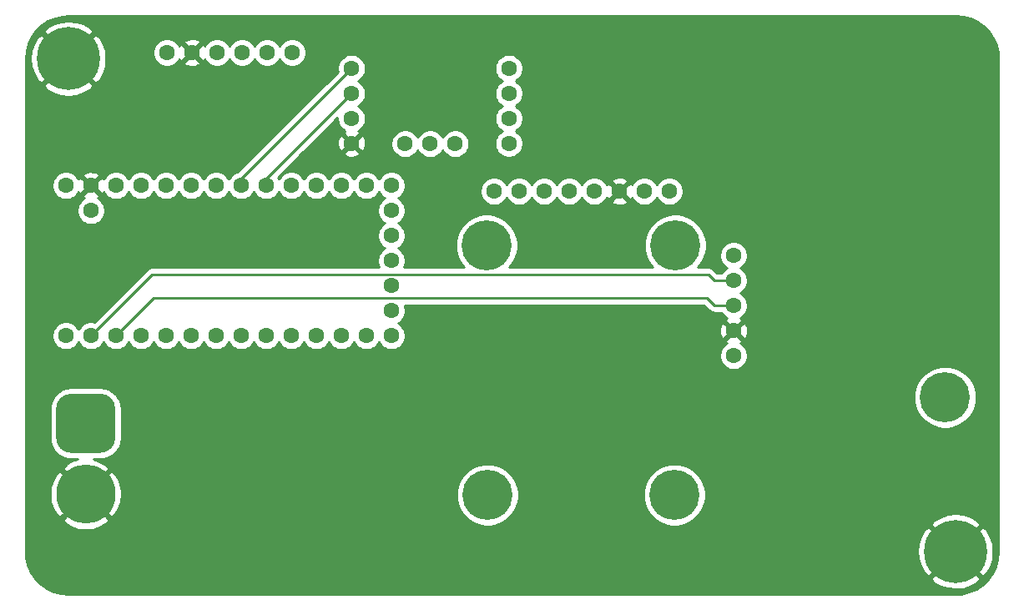
<source format=gbr>
%TF.GenerationSoftware,KiCad,Pcbnew,5.1.10-88a1d61d58~88~ubuntu18.04.1*%
%TF.CreationDate,2021-05-26T13:38:30+10:00*%
%TF.ProjectId,prototype_rocket_fc,70726f74-6f74-4797-9065-5f726f636b65,rev?*%
%TF.SameCoordinates,Original*%
%TF.FileFunction,Copper,L2,Bot*%
%TF.FilePolarity,Positive*%
%FSLAX46Y46*%
G04 Gerber Fmt 4.6, Leading zero omitted, Abs format (unit mm)*
G04 Created by KiCad (PCBNEW 5.1.10-88a1d61d58~88~ubuntu18.04.1) date 2021-05-26 13:38:30*
%MOMM*%
%LPD*%
G01*
G04 APERTURE LIST*
%TA.AperFunction,ComponentPad*%
%ADD10C,0.800000*%
%TD*%
%TA.AperFunction,ComponentPad*%
%ADD11C,6.400000*%
%TD*%
%TA.AperFunction,ComponentPad*%
%ADD12C,1.600000*%
%TD*%
%TA.AperFunction,ComponentPad*%
%ADD13C,5.080000*%
%TD*%
%TA.AperFunction,ComponentPad*%
%ADD14C,6.000000*%
%TD*%
%TA.AperFunction,ViaPad*%
%ADD15C,0.800000*%
%TD*%
%TA.AperFunction,Conductor*%
%ADD16C,0.250000*%
%TD*%
%TA.AperFunction,Conductor*%
%ADD17C,0.254000*%
%TD*%
%TA.AperFunction,Conductor*%
%ADD18C,0.100000*%
%TD*%
G04 APERTURE END LIST*
D10*
%TO.P,H2,1*%
%TO.N,GND*%
X131697056Y-88302944D03*
X130000000Y-87600000D03*
X128302944Y-88302944D03*
X127600000Y-90000000D03*
X128302944Y-91697056D03*
X130000000Y-92400000D03*
X131697056Y-91697056D03*
X132400000Y-90000000D03*
D11*
X130000000Y-90000000D03*
%TD*%
D10*
%TO.P,H1,1*%
%TO.N,GND*%
X41697056Y-38302944D03*
X40000000Y-37600000D03*
X38302944Y-38302944D03*
X37600000Y-40000000D03*
X38302944Y-41697056D03*
X40000000Y-42400000D03*
X41697056Y-41697056D03*
X42400000Y-40000000D03*
D11*
X40000000Y-40000000D03*
%TD*%
D12*
%TO.P,U1,2*%
%TO.N,Net-(U1-Pad2)*%
X98435000Y-53460000D03*
%TO.P,U1,1*%
%TO.N,+5V*%
X100975000Y-53460000D03*
%TO.P,U1,4*%
%TO.N,/SCK*%
X93355000Y-53460000D03*
%TO.P,U1,3*%
%TO.N,GND*%
X95895000Y-53460000D03*
%TO.P,U1,6*%
%TO.N,/MOSI*%
X88275000Y-53460000D03*
%TO.P,U1,5*%
%TO.N,/MISO*%
X90815000Y-53460000D03*
%TO.P,U1,8*%
%TO.N,/CD*%
X83195000Y-53460000D03*
%TO.P,U1,7*%
%TO.N,/CS*%
X85735000Y-53460000D03*
D13*
%TO.P,U1,9*%
%TO.N,N/C*%
X101475000Y-84270000D03*
%TO.P,U1,10*%
X82525000Y-84270000D03*
%TO.P,U1,11*%
X101575000Y-58930000D03*
%TO.P,U1,12*%
X82425000Y-58930000D03*
%TD*%
D12*
%TO.P,U2,17*%
%TO.N,Net-(U2-Pad17)*%
X72760000Y-60500000D03*
%TO.P,U2,18*%
%TO.N,Net-(U2-Pad18)*%
X72760000Y-57960000D03*
%TO.P,U2,19*%
%TO.N,Net-(U2-Pad19)*%
X72760000Y-55420000D03*
%TO.P,U2,20*%
%TO.N,/SCK*%
X72760000Y-52880000D03*
%TO.P,U2,16*%
%TO.N,Net-(U2-Pad16)*%
X72760000Y-63040000D03*
%TO.P,U2,15*%
%TO.N,Net-(U2-Pad15)*%
X72760000Y-65580000D03*
%TO.P,U2,14*%
%TO.N,/MISO*%
X72760000Y-68120000D03*
%TO.P,U2,21*%
%TO.N,Net-(U2-Pad21)*%
X70220000Y-52880000D03*
%TO.P,U2,22*%
%TO.N,Net-(U2-Pad22)*%
X67680000Y-52880000D03*
%TO.P,U2,23*%
%TO.N,Net-(U2-Pad23)*%
X65140000Y-52880000D03*
%TO.P,U2,24*%
%TO.N,Net-(U2-Pad24)*%
X62600000Y-52880000D03*
%TO.P,U2,25*%
%TO.N,/SDA0*%
X60060000Y-52880000D03*
%TO.P,U2,26*%
%TO.N,/SCL0*%
X57520000Y-52880000D03*
%TO.P,U2,27*%
%TO.N,Net-(U2-Pad27)*%
X54980000Y-52880000D03*
%TO.P,U2,28*%
%TO.N,Net-(U2-Pad28)*%
X52440000Y-52880000D03*
%TO.P,U2,29*%
%TO.N,Net-(U2-Pad29)*%
X49900000Y-52880000D03*
%TO.P,U2,30*%
%TO.N,Net-(U2-Pad30)*%
X47360000Y-52880000D03*
%TO.P,U2,31*%
%TO.N,Net-(U2-Pad31)*%
X44820000Y-52880000D03*
%TO.P,U2,32*%
%TO.N,GND*%
X42280000Y-52880000D03*
%TO.P,U2,33*%
%TO.N,+5V*%
X39740000Y-52880000D03*
%TO.P,U2,34*%
%TO.N,Net-(U2-Pad34)*%
X42280000Y-55420000D03*
%TO.P,U2,13*%
%TO.N,/MOSI*%
X70220000Y-68120000D03*
%TO.P,U2,12*%
%TO.N,/CS*%
X67680000Y-68120000D03*
%TO.P,U2,11*%
%TO.N,Net-(U2-Pad11)*%
X65140000Y-68120000D03*
%TO.P,U2,10*%
%TO.N,Net-(U2-Pad10)*%
X62600000Y-68120000D03*
%TO.P,U2,9*%
%TO.N,Net-(U2-Pad9)*%
X60060000Y-68120000D03*
%TO.P,U2,8*%
%TO.N,Net-(U2-Pad8)*%
X57520000Y-68120000D03*
%TO.P,U2,7*%
%TO.N,Net-(U2-Pad7)*%
X54980000Y-68120000D03*
%TO.P,U2,6*%
%TO.N,Net-(U2-Pad6)*%
X52440000Y-68120000D03*
%TO.P,U2,5*%
%TO.N,Net-(U2-Pad5)*%
X49900000Y-68120000D03*
%TO.P,U2,4*%
%TO.N,/CD*%
X47360000Y-68120000D03*
%TO.P,U2,3*%
%TO.N,/TX1*%
X44820000Y-68120000D03*
%TO.P,U2,2*%
%TO.N,/RX1*%
X42280000Y-68120000D03*
%TO.P,U2,1*%
%TO.N,Net-(U2-Pad1)*%
X39740000Y-68120000D03*
%TD*%
%TO.P,U3,1*%
%TO.N,+3V3*%
X50000000Y-39390000D03*
%TO.P,U3,2*%
%TO.N,GND*%
X52540000Y-39390000D03*
%TO.P,U3,3*%
%TO.N,/SCL0*%
X55080000Y-39390000D03*
%TO.P,U3,4*%
%TO.N,/SDA0*%
X57620000Y-39390000D03*
%TO.P,U3,5*%
%TO.N,Net-(U3-Pad5)*%
X60160000Y-39390000D03*
%TO.P,U3,6*%
%TO.N,Net-(U3-Pad6)*%
X62700000Y-39390000D03*
%TD*%
%TO.P,U4,1*%
%TO.N,Net-(U4-Pad1)*%
X107480000Y-59980000D03*
%TO.P,U4,4*%
%TO.N,GND*%
X107480000Y-67600000D03*
%TO.P,U4,2*%
%TO.N,/RX1*%
X107480000Y-62520000D03*
%TO.P,U4,3*%
%TO.N,/TX1*%
X107480000Y-65060000D03*
%TO.P,U4,5*%
%TO.N,+5V*%
X107480000Y-70140000D03*
D13*
%TO.P,U4,6*%
%TO.N,N/C*%
X128940000Y-74360000D03*
%TD*%
D12*
%TO.P,U5,1*%
%TO.N,/SCL0*%
X68730000Y-40970000D03*
%TO.P,U5,2*%
%TO.N,/SDA0*%
X68730000Y-43510000D03*
%TO.P,U5,3*%
%TO.N,+3V3*%
X68730000Y-46050000D03*
%TO.P,U5,4*%
%TO.N,GND*%
X68730000Y-48590000D03*
%TO.P,U5,5*%
%TO.N,Net-(U5-Pad5)*%
X84670000Y-40970000D03*
%TO.P,U5,6*%
%TO.N,Net-(U5-Pad6)*%
X84670000Y-43510000D03*
%TO.P,U5,7*%
%TO.N,Net-(U5-Pad7)*%
X84670000Y-46050000D03*
%TO.P,U5,8*%
%TO.N,Net-(U5-Pad8)*%
X84670000Y-48590000D03*
%TO.P,U5,9*%
%TO.N,Net-(U5-Pad9)*%
X74160000Y-48640000D03*
%TO.P,U5,10*%
%TO.N,Net-(U5-Pad10)*%
X76700000Y-48640000D03*
%TO.P,U5,11*%
%TO.N,Net-(U5-Pad11)*%
X79240000Y-48640000D03*
%TD*%
D14*
%TO.P,J1,2*%
%TO.N,GND*%
X41750000Y-84200000D03*
%TO.P,J1,1*%
%TO.N,VCC*%
%TA.AperFunction,ComponentPad*%
G36*
G01*
X40250000Y-74000000D02*
X43250000Y-74000000D01*
G75*
G02*
X44750000Y-75500000I0J-1500000D01*
G01*
X44750000Y-78500000D01*
G75*
G02*
X43250000Y-80000000I-1500000J0D01*
G01*
X40250000Y-80000000D01*
G75*
G02*
X38750000Y-78500000I0J1500000D01*
G01*
X38750000Y-75500000D01*
G75*
G02*
X40250000Y-74000000I1500000J0D01*
G01*
G37*
%TD.AperFunction*%
%TD*%
D15*
%TO.N,GND*%
X53500000Y-74750000D03*
X54437492Y-88162508D03*
X60262498Y-88212498D03*
X73512496Y-77187500D03*
X45100018Y-48250000D03*
X74900000Y-82500000D03*
%TD*%
D16*
%TO.N,/SDA0*%
X60060000Y-52180000D02*
X60060000Y-52880000D01*
X68730000Y-43510000D02*
X60060000Y-52180000D01*
%TO.N,/SCL0*%
X57520000Y-52180000D02*
X57520000Y-52880000D01*
X68730000Y-40970000D02*
X57520000Y-52180000D01*
%TO.N,/TX1*%
X48679999Y-64260001D02*
X44820000Y-68120000D01*
X105500000Y-65000000D02*
X104760001Y-64260001D01*
X104760001Y-64260001D02*
X48679999Y-64260001D01*
X107420000Y-65000000D02*
X107480000Y-65060000D01*
X105500000Y-65000000D02*
X107420000Y-65000000D01*
%TO.N,/RX1*%
X48485001Y-61914999D02*
X42280000Y-68120000D01*
X105500000Y-62500000D02*
X104914999Y-61914999D01*
X104914999Y-61914999D02*
X48485001Y-61914999D01*
X107460000Y-62500000D02*
X107480000Y-62520000D01*
X105500000Y-62500000D02*
X107460000Y-62500000D01*
%TD*%
D17*
%TO.N,GND*%
X130768083Y-35731173D02*
X131511891Y-35934656D01*
X132207905Y-36266638D01*
X132834130Y-36716626D01*
X133370777Y-37270403D01*
X133800871Y-37910451D01*
X134110829Y-38616553D01*
X134292065Y-39371457D01*
X134340000Y-40024207D01*
X134340001Y-89970597D01*
X134268827Y-90768083D01*
X134065344Y-91511890D01*
X133733363Y-92207904D01*
X133283374Y-92834130D01*
X132729597Y-93370777D01*
X132089549Y-93800871D01*
X131383447Y-94110829D01*
X130628543Y-94292065D01*
X129975793Y-94340000D01*
X40029392Y-94340000D01*
X39231917Y-94268827D01*
X38488110Y-94065344D01*
X37792096Y-93733363D01*
X37165870Y-93283374D01*
X36629223Y-92729597D01*
X36609927Y-92700881D01*
X127478724Y-92700881D01*
X127838912Y-93190548D01*
X128502882Y-93550849D01*
X129224385Y-93774694D01*
X129975695Y-93853480D01*
X130727938Y-93784178D01*
X131452208Y-93569452D01*
X132120670Y-93217555D01*
X132161088Y-93190548D01*
X132521276Y-92700881D01*
X130000000Y-90179605D01*
X127478724Y-92700881D01*
X36609927Y-92700881D01*
X36199129Y-92089549D01*
X35889171Y-91383447D01*
X35707935Y-90628543D01*
X35660000Y-89975793D01*
X35660000Y-89975695D01*
X126146520Y-89975695D01*
X126215822Y-90727938D01*
X126430548Y-91452208D01*
X126782445Y-92120670D01*
X126809452Y-92161088D01*
X127299119Y-92521276D01*
X129820395Y-90000000D01*
X130179605Y-90000000D01*
X132700881Y-92521276D01*
X133190548Y-92161088D01*
X133550849Y-91497118D01*
X133774694Y-90775615D01*
X133853480Y-90024305D01*
X133784178Y-89272062D01*
X133569452Y-88547792D01*
X133217555Y-87879330D01*
X133190548Y-87838912D01*
X132700881Y-87478724D01*
X130179605Y-90000000D01*
X129820395Y-90000000D01*
X127299119Y-87478724D01*
X126809452Y-87838912D01*
X126449151Y-88502882D01*
X126225306Y-89224385D01*
X126146520Y-89975695D01*
X35660000Y-89975695D01*
X35660000Y-86758686D01*
X39370919Y-86758686D01*
X39707106Y-87227868D01*
X40337068Y-87568237D01*
X41021327Y-87779166D01*
X41733589Y-87852550D01*
X42446482Y-87785569D01*
X43132609Y-87580796D01*
X43765603Y-87246102D01*
X43792894Y-87227868D01*
X44129081Y-86758686D01*
X41750000Y-84379605D01*
X39370919Y-86758686D01*
X35660000Y-86758686D01*
X35660000Y-84183589D01*
X38097450Y-84183589D01*
X38164431Y-84896482D01*
X38369204Y-85582609D01*
X38703898Y-86215603D01*
X38722132Y-86242894D01*
X39191314Y-86579081D01*
X41570395Y-84200000D01*
X41929605Y-84200000D01*
X44308686Y-86579081D01*
X44777868Y-86242894D01*
X45118237Y-85612932D01*
X45329166Y-84928673D01*
X45402550Y-84216411D01*
X45378204Y-83957290D01*
X79350000Y-83957290D01*
X79350000Y-84582710D01*
X79472014Y-85196113D01*
X79711352Y-85773926D01*
X80058817Y-86293944D01*
X80501056Y-86736183D01*
X81021074Y-87083648D01*
X81598887Y-87322986D01*
X82212290Y-87445000D01*
X82837710Y-87445000D01*
X83451113Y-87322986D01*
X84028926Y-87083648D01*
X84548944Y-86736183D01*
X84991183Y-86293944D01*
X85338648Y-85773926D01*
X85577986Y-85196113D01*
X85700000Y-84582710D01*
X85700000Y-83957290D01*
X98300000Y-83957290D01*
X98300000Y-84582710D01*
X98422014Y-85196113D01*
X98661352Y-85773926D01*
X99008817Y-86293944D01*
X99451056Y-86736183D01*
X99971074Y-87083648D01*
X100548887Y-87322986D01*
X101162290Y-87445000D01*
X101787710Y-87445000D01*
X102401113Y-87322986D01*
X102458733Y-87299119D01*
X127478724Y-87299119D01*
X130000000Y-89820395D01*
X132521276Y-87299119D01*
X132161088Y-86809452D01*
X131497118Y-86449151D01*
X130775615Y-86225306D01*
X130024305Y-86146520D01*
X129272062Y-86215822D01*
X128547792Y-86430548D01*
X127879330Y-86782445D01*
X127838912Y-86809452D01*
X127478724Y-87299119D01*
X102458733Y-87299119D01*
X102978926Y-87083648D01*
X103498944Y-86736183D01*
X103941183Y-86293944D01*
X104288648Y-85773926D01*
X104527986Y-85196113D01*
X104650000Y-84582710D01*
X104650000Y-83957290D01*
X104527986Y-83343887D01*
X104288648Y-82766074D01*
X103941183Y-82246056D01*
X103498944Y-81803817D01*
X102978926Y-81456352D01*
X102401113Y-81217014D01*
X101787710Y-81095000D01*
X101162290Y-81095000D01*
X100548887Y-81217014D01*
X99971074Y-81456352D01*
X99451056Y-81803817D01*
X99008817Y-82246056D01*
X98661352Y-82766074D01*
X98422014Y-83343887D01*
X98300000Y-83957290D01*
X85700000Y-83957290D01*
X85577986Y-83343887D01*
X85338648Y-82766074D01*
X84991183Y-82246056D01*
X84548944Y-81803817D01*
X84028926Y-81456352D01*
X83451113Y-81217014D01*
X82837710Y-81095000D01*
X82212290Y-81095000D01*
X81598887Y-81217014D01*
X81021074Y-81456352D01*
X80501056Y-81803817D01*
X80058817Y-82246056D01*
X79711352Y-82766074D01*
X79472014Y-83343887D01*
X79350000Y-83957290D01*
X45378204Y-83957290D01*
X45335569Y-83503518D01*
X45130796Y-82817391D01*
X44796102Y-82184397D01*
X44777868Y-82157106D01*
X44308686Y-81820919D01*
X41929605Y-84200000D01*
X41570395Y-84200000D01*
X39191314Y-81820919D01*
X38722132Y-82157106D01*
X38381763Y-82787068D01*
X38170834Y-83471327D01*
X38097450Y-84183589D01*
X35660000Y-84183589D01*
X35660000Y-75500000D01*
X38111928Y-75500000D01*
X38111928Y-78500000D01*
X38153010Y-78917117D01*
X38274679Y-79318205D01*
X38472258Y-79687849D01*
X38738155Y-80011845D01*
X39062151Y-80277742D01*
X39431795Y-80475321D01*
X39832883Y-80596990D01*
X40250000Y-80638072D01*
X40974305Y-80638072D01*
X40367391Y-80819204D01*
X39734397Y-81153898D01*
X39707106Y-81172132D01*
X39370919Y-81641314D01*
X41750000Y-84020395D01*
X44129081Y-81641314D01*
X43792894Y-81172132D01*
X43162932Y-80831763D01*
X42534594Y-80638072D01*
X43250000Y-80638072D01*
X43667117Y-80596990D01*
X44068205Y-80475321D01*
X44437849Y-80277742D01*
X44761845Y-80011845D01*
X45027742Y-79687849D01*
X45225321Y-79318205D01*
X45346990Y-78917117D01*
X45388072Y-78500000D01*
X45388072Y-75500000D01*
X45346990Y-75082883D01*
X45225321Y-74681795D01*
X45027742Y-74312151D01*
X44810376Y-74047290D01*
X125765000Y-74047290D01*
X125765000Y-74672710D01*
X125887014Y-75286113D01*
X126126352Y-75863926D01*
X126473817Y-76383944D01*
X126916056Y-76826183D01*
X127436074Y-77173648D01*
X128013887Y-77412986D01*
X128627290Y-77535000D01*
X129252710Y-77535000D01*
X129866113Y-77412986D01*
X130443926Y-77173648D01*
X130963944Y-76826183D01*
X131406183Y-76383944D01*
X131753648Y-75863926D01*
X131992986Y-75286113D01*
X132115000Y-74672710D01*
X132115000Y-74047290D01*
X131992986Y-73433887D01*
X131753648Y-72856074D01*
X131406183Y-72336056D01*
X130963944Y-71893817D01*
X130443926Y-71546352D01*
X129866113Y-71307014D01*
X129252710Y-71185000D01*
X128627290Y-71185000D01*
X128013887Y-71307014D01*
X127436074Y-71546352D01*
X126916056Y-71893817D01*
X126473817Y-72336056D01*
X126126352Y-72856074D01*
X125887014Y-73433887D01*
X125765000Y-74047290D01*
X44810376Y-74047290D01*
X44761845Y-73988155D01*
X44437849Y-73722258D01*
X44068205Y-73524679D01*
X43667117Y-73403010D01*
X43250000Y-73361928D01*
X40250000Y-73361928D01*
X39832883Y-73403010D01*
X39431795Y-73524679D01*
X39062151Y-73722258D01*
X38738155Y-73988155D01*
X38472258Y-74312151D01*
X38274679Y-74681795D01*
X38153010Y-75082883D01*
X38111928Y-75500000D01*
X35660000Y-75500000D01*
X35660000Y-69998665D01*
X106045000Y-69998665D01*
X106045000Y-70281335D01*
X106100147Y-70558574D01*
X106208320Y-70819727D01*
X106365363Y-71054759D01*
X106565241Y-71254637D01*
X106800273Y-71411680D01*
X107061426Y-71519853D01*
X107338665Y-71575000D01*
X107621335Y-71575000D01*
X107898574Y-71519853D01*
X108159727Y-71411680D01*
X108394759Y-71254637D01*
X108594637Y-71054759D01*
X108751680Y-70819727D01*
X108859853Y-70558574D01*
X108915000Y-70281335D01*
X108915000Y-69998665D01*
X108859853Y-69721426D01*
X108751680Y-69460273D01*
X108594637Y-69225241D01*
X108394759Y-69025363D01*
X108160872Y-68869085D01*
X108221514Y-68836671D01*
X108293097Y-68592702D01*
X107480000Y-67779605D01*
X106666903Y-68592702D01*
X106738486Y-68836671D01*
X106802992Y-68867194D01*
X106800273Y-68868320D01*
X106565241Y-69025363D01*
X106365363Y-69225241D01*
X106208320Y-69460273D01*
X106100147Y-69721426D01*
X106045000Y-69998665D01*
X35660000Y-69998665D01*
X35660000Y-67978665D01*
X38305000Y-67978665D01*
X38305000Y-68261335D01*
X38360147Y-68538574D01*
X38468320Y-68799727D01*
X38625363Y-69034759D01*
X38825241Y-69234637D01*
X39060273Y-69391680D01*
X39321426Y-69499853D01*
X39598665Y-69555000D01*
X39881335Y-69555000D01*
X40158574Y-69499853D01*
X40419727Y-69391680D01*
X40654759Y-69234637D01*
X40854637Y-69034759D01*
X41010000Y-68802241D01*
X41165363Y-69034759D01*
X41365241Y-69234637D01*
X41600273Y-69391680D01*
X41861426Y-69499853D01*
X42138665Y-69555000D01*
X42421335Y-69555000D01*
X42698574Y-69499853D01*
X42959727Y-69391680D01*
X43194759Y-69234637D01*
X43394637Y-69034759D01*
X43550000Y-68802241D01*
X43705363Y-69034759D01*
X43905241Y-69234637D01*
X44140273Y-69391680D01*
X44401426Y-69499853D01*
X44678665Y-69555000D01*
X44961335Y-69555000D01*
X45238574Y-69499853D01*
X45499727Y-69391680D01*
X45734759Y-69234637D01*
X45934637Y-69034759D01*
X46090000Y-68802241D01*
X46245363Y-69034759D01*
X46445241Y-69234637D01*
X46680273Y-69391680D01*
X46941426Y-69499853D01*
X47218665Y-69555000D01*
X47501335Y-69555000D01*
X47778574Y-69499853D01*
X48039727Y-69391680D01*
X48274759Y-69234637D01*
X48474637Y-69034759D01*
X48630000Y-68802241D01*
X48785363Y-69034759D01*
X48985241Y-69234637D01*
X49220273Y-69391680D01*
X49481426Y-69499853D01*
X49758665Y-69555000D01*
X50041335Y-69555000D01*
X50318574Y-69499853D01*
X50579727Y-69391680D01*
X50814759Y-69234637D01*
X51014637Y-69034759D01*
X51170000Y-68802241D01*
X51325363Y-69034759D01*
X51525241Y-69234637D01*
X51760273Y-69391680D01*
X52021426Y-69499853D01*
X52298665Y-69555000D01*
X52581335Y-69555000D01*
X52858574Y-69499853D01*
X53119727Y-69391680D01*
X53354759Y-69234637D01*
X53554637Y-69034759D01*
X53710000Y-68802241D01*
X53865363Y-69034759D01*
X54065241Y-69234637D01*
X54300273Y-69391680D01*
X54561426Y-69499853D01*
X54838665Y-69555000D01*
X55121335Y-69555000D01*
X55398574Y-69499853D01*
X55659727Y-69391680D01*
X55894759Y-69234637D01*
X56094637Y-69034759D01*
X56250000Y-68802241D01*
X56405363Y-69034759D01*
X56605241Y-69234637D01*
X56840273Y-69391680D01*
X57101426Y-69499853D01*
X57378665Y-69555000D01*
X57661335Y-69555000D01*
X57938574Y-69499853D01*
X58199727Y-69391680D01*
X58434759Y-69234637D01*
X58634637Y-69034759D01*
X58790000Y-68802241D01*
X58945363Y-69034759D01*
X59145241Y-69234637D01*
X59380273Y-69391680D01*
X59641426Y-69499853D01*
X59918665Y-69555000D01*
X60201335Y-69555000D01*
X60478574Y-69499853D01*
X60739727Y-69391680D01*
X60974759Y-69234637D01*
X61174637Y-69034759D01*
X61330000Y-68802241D01*
X61485363Y-69034759D01*
X61685241Y-69234637D01*
X61920273Y-69391680D01*
X62181426Y-69499853D01*
X62458665Y-69555000D01*
X62741335Y-69555000D01*
X63018574Y-69499853D01*
X63279727Y-69391680D01*
X63514759Y-69234637D01*
X63714637Y-69034759D01*
X63870000Y-68802241D01*
X64025363Y-69034759D01*
X64225241Y-69234637D01*
X64460273Y-69391680D01*
X64721426Y-69499853D01*
X64998665Y-69555000D01*
X65281335Y-69555000D01*
X65558574Y-69499853D01*
X65819727Y-69391680D01*
X66054759Y-69234637D01*
X66254637Y-69034759D01*
X66410000Y-68802241D01*
X66565363Y-69034759D01*
X66765241Y-69234637D01*
X67000273Y-69391680D01*
X67261426Y-69499853D01*
X67538665Y-69555000D01*
X67821335Y-69555000D01*
X68098574Y-69499853D01*
X68359727Y-69391680D01*
X68594759Y-69234637D01*
X68794637Y-69034759D01*
X68950000Y-68802241D01*
X69105363Y-69034759D01*
X69305241Y-69234637D01*
X69540273Y-69391680D01*
X69801426Y-69499853D01*
X70078665Y-69555000D01*
X70361335Y-69555000D01*
X70638574Y-69499853D01*
X70899727Y-69391680D01*
X71134759Y-69234637D01*
X71334637Y-69034759D01*
X71490000Y-68802241D01*
X71645363Y-69034759D01*
X71845241Y-69234637D01*
X72080273Y-69391680D01*
X72341426Y-69499853D01*
X72618665Y-69555000D01*
X72901335Y-69555000D01*
X73178574Y-69499853D01*
X73439727Y-69391680D01*
X73674759Y-69234637D01*
X73874637Y-69034759D01*
X74031680Y-68799727D01*
X74139853Y-68538574D01*
X74195000Y-68261335D01*
X74195000Y-67978665D01*
X74139853Y-67701426D01*
X74127049Y-67670512D01*
X106039783Y-67670512D01*
X106081213Y-67950130D01*
X106176397Y-68216292D01*
X106243329Y-68341514D01*
X106487298Y-68413097D01*
X107300395Y-67600000D01*
X107659605Y-67600000D01*
X108472702Y-68413097D01*
X108716671Y-68341514D01*
X108837571Y-68086004D01*
X108906300Y-67811816D01*
X108920217Y-67529488D01*
X108878787Y-67249870D01*
X108783603Y-66983708D01*
X108716671Y-66858486D01*
X108472702Y-66786903D01*
X107659605Y-67600000D01*
X107300395Y-67600000D01*
X106487298Y-66786903D01*
X106243329Y-66858486D01*
X106122429Y-67113996D01*
X106053700Y-67388184D01*
X106039783Y-67670512D01*
X74127049Y-67670512D01*
X74031680Y-67440273D01*
X73874637Y-67205241D01*
X73674759Y-67005363D01*
X73442241Y-66850000D01*
X73674759Y-66694637D01*
X73874637Y-66494759D01*
X74031680Y-66259727D01*
X74139853Y-65998574D01*
X74195000Y-65721335D01*
X74195000Y-65438665D01*
X74139853Y-65161426D01*
X74081273Y-65020001D01*
X104445200Y-65020001D01*
X104936201Y-65511002D01*
X104959999Y-65540001D01*
X104988997Y-65563799D01*
X105075724Y-65634974D01*
X105207753Y-65705546D01*
X105351014Y-65749003D01*
X105500000Y-65763677D01*
X105537333Y-65760000D01*
X106221866Y-65760000D01*
X106365363Y-65974759D01*
X106565241Y-66174637D01*
X106799128Y-66330915D01*
X106738486Y-66363329D01*
X106666903Y-66607298D01*
X107480000Y-67420395D01*
X108293097Y-66607298D01*
X108221514Y-66363329D01*
X108157008Y-66332806D01*
X108159727Y-66331680D01*
X108394759Y-66174637D01*
X108594637Y-65974759D01*
X108751680Y-65739727D01*
X108859853Y-65478574D01*
X108915000Y-65201335D01*
X108915000Y-64918665D01*
X108859853Y-64641426D01*
X108751680Y-64380273D01*
X108594637Y-64145241D01*
X108394759Y-63945363D01*
X108162241Y-63790000D01*
X108394759Y-63634637D01*
X108594637Y-63434759D01*
X108751680Y-63199727D01*
X108859853Y-62938574D01*
X108915000Y-62661335D01*
X108915000Y-62378665D01*
X108859853Y-62101426D01*
X108751680Y-61840273D01*
X108594637Y-61605241D01*
X108394759Y-61405363D01*
X108162241Y-61250000D01*
X108394759Y-61094637D01*
X108594637Y-60894759D01*
X108751680Y-60659727D01*
X108859853Y-60398574D01*
X108915000Y-60121335D01*
X108915000Y-59838665D01*
X108859853Y-59561426D01*
X108751680Y-59300273D01*
X108594637Y-59065241D01*
X108394759Y-58865363D01*
X108159727Y-58708320D01*
X107898574Y-58600147D01*
X107621335Y-58545000D01*
X107338665Y-58545000D01*
X107061426Y-58600147D01*
X106800273Y-58708320D01*
X106565241Y-58865363D01*
X106365363Y-59065241D01*
X106208320Y-59300273D01*
X106100147Y-59561426D01*
X106045000Y-59838665D01*
X106045000Y-60121335D01*
X106100147Y-60398574D01*
X106208320Y-60659727D01*
X106365363Y-60894759D01*
X106565241Y-61094637D01*
X106797759Y-61250000D01*
X106565241Y-61405363D01*
X106365363Y-61605241D01*
X106275320Y-61740000D01*
X105814802Y-61740000D01*
X105478802Y-61404001D01*
X105455000Y-61374998D01*
X105339275Y-61280025D01*
X105207246Y-61209453D01*
X105063985Y-61165996D01*
X104952332Y-61154999D01*
X104952321Y-61154999D01*
X104914999Y-61151323D01*
X104877677Y-61154999D01*
X103840128Y-61154999D01*
X104041183Y-60953944D01*
X104388648Y-60433926D01*
X104627986Y-59856113D01*
X104750000Y-59242710D01*
X104750000Y-58617290D01*
X104627986Y-58003887D01*
X104388648Y-57426074D01*
X104041183Y-56906056D01*
X103598944Y-56463817D01*
X103078926Y-56116352D01*
X102501113Y-55877014D01*
X101887710Y-55755000D01*
X101262290Y-55755000D01*
X100648887Y-55877014D01*
X100071074Y-56116352D01*
X99551056Y-56463817D01*
X99108817Y-56906056D01*
X98761352Y-57426074D01*
X98522014Y-58003887D01*
X98400000Y-58617290D01*
X98400000Y-59242710D01*
X98522014Y-59856113D01*
X98761352Y-60433926D01*
X99108817Y-60953944D01*
X99309872Y-61154999D01*
X84690128Y-61154999D01*
X84891183Y-60953944D01*
X85238648Y-60433926D01*
X85477986Y-59856113D01*
X85600000Y-59242710D01*
X85600000Y-58617290D01*
X85477986Y-58003887D01*
X85238648Y-57426074D01*
X84891183Y-56906056D01*
X84448944Y-56463817D01*
X83928926Y-56116352D01*
X83351113Y-55877014D01*
X82737710Y-55755000D01*
X82112290Y-55755000D01*
X81498887Y-55877014D01*
X80921074Y-56116352D01*
X80401056Y-56463817D01*
X79958817Y-56906056D01*
X79611352Y-57426074D01*
X79372014Y-58003887D01*
X79250000Y-58617290D01*
X79250000Y-59242710D01*
X79372014Y-59856113D01*
X79611352Y-60433926D01*
X79958817Y-60953944D01*
X80159872Y-61154999D01*
X74041923Y-61154999D01*
X74139853Y-60918574D01*
X74195000Y-60641335D01*
X74195000Y-60358665D01*
X74139853Y-60081426D01*
X74031680Y-59820273D01*
X73874637Y-59585241D01*
X73674759Y-59385363D01*
X73442241Y-59230000D01*
X73674759Y-59074637D01*
X73874637Y-58874759D01*
X74031680Y-58639727D01*
X74139853Y-58378574D01*
X74195000Y-58101335D01*
X74195000Y-57818665D01*
X74139853Y-57541426D01*
X74031680Y-57280273D01*
X73874637Y-57045241D01*
X73674759Y-56845363D01*
X73442241Y-56690000D01*
X73674759Y-56534637D01*
X73874637Y-56334759D01*
X74031680Y-56099727D01*
X74139853Y-55838574D01*
X74195000Y-55561335D01*
X74195000Y-55278665D01*
X74139853Y-55001426D01*
X74031680Y-54740273D01*
X73874637Y-54505241D01*
X73674759Y-54305363D01*
X73442241Y-54150000D01*
X73674759Y-53994637D01*
X73874637Y-53794759D01*
X74031680Y-53559727D01*
X74131531Y-53318665D01*
X81760000Y-53318665D01*
X81760000Y-53601335D01*
X81815147Y-53878574D01*
X81923320Y-54139727D01*
X82080363Y-54374759D01*
X82280241Y-54574637D01*
X82515273Y-54731680D01*
X82776426Y-54839853D01*
X83053665Y-54895000D01*
X83336335Y-54895000D01*
X83613574Y-54839853D01*
X83874727Y-54731680D01*
X84109759Y-54574637D01*
X84309637Y-54374759D01*
X84465000Y-54142241D01*
X84620363Y-54374759D01*
X84820241Y-54574637D01*
X85055273Y-54731680D01*
X85316426Y-54839853D01*
X85593665Y-54895000D01*
X85876335Y-54895000D01*
X86153574Y-54839853D01*
X86414727Y-54731680D01*
X86649759Y-54574637D01*
X86849637Y-54374759D01*
X87005000Y-54142241D01*
X87160363Y-54374759D01*
X87360241Y-54574637D01*
X87595273Y-54731680D01*
X87856426Y-54839853D01*
X88133665Y-54895000D01*
X88416335Y-54895000D01*
X88693574Y-54839853D01*
X88954727Y-54731680D01*
X89189759Y-54574637D01*
X89389637Y-54374759D01*
X89545000Y-54142241D01*
X89700363Y-54374759D01*
X89900241Y-54574637D01*
X90135273Y-54731680D01*
X90396426Y-54839853D01*
X90673665Y-54895000D01*
X90956335Y-54895000D01*
X91233574Y-54839853D01*
X91494727Y-54731680D01*
X91729759Y-54574637D01*
X91929637Y-54374759D01*
X92085000Y-54142241D01*
X92240363Y-54374759D01*
X92440241Y-54574637D01*
X92675273Y-54731680D01*
X92936426Y-54839853D01*
X93213665Y-54895000D01*
X93496335Y-54895000D01*
X93773574Y-54839853D01*
X94034727Y-54731680D01*
X94269759Y-54574637D01*
X94391694Y-54452702D01*
X95081903Y-54452702D01*
X95153486Y-54696671D01*
X95408996Y-54817571D01*
X95683184Y-54886300D01*
X95965512Y-54900217D01*
X96245130Y-54858787D01*
X96511292Y-54763603D01*
X96636514Y-54696671D01*
X96708097Y-54452702D01*
X95895000Y-53639605D01*
X95081903Y-54452702D01*
X94391694Y-54452702D01*
X94469637Y-54374759D01*
X94625915Y-54140872D01*
X94658329Y-54201514D01*
X94902298Y-54273097D01*
X95715395Y-53460000D01*
X96074605Y-53460000D01*
X96887702Y-54273097D01*
X97131671Y-54201514D01*
X97162194Y-54137008D01*
X97163320Y-54139727D01*
X97320363Y-54374759D01*
X97520241Y-54574637D01*
X97755273Y-54731680D01*
X98016426Y-54839853D01*
X98293665Y-54895000D01*
X98576335Y-54895000D01*
X98853574Y-54839853D01*
X99114727Y-54731680D01*
X99349759Y-54574637D01*
X99549637Y-54374759D01*
X99705000Y-54142241D01*
X99860363Y-54374759D01*
X100060241Y-54574637D01*
X100295273Y-54731680D01*
X100556426Y-54839853D01*
X100833665Y-54895000D01*
X101116335Y-54895000D01*
X101393574Y-54839853D01*
X101654727Y-54731680D01*
X101889759Y-54574637D01*
X102089637Y-54374759D01*
X102246680Y-54139727D01*
X102354853Y-53878574D01*
X102410000Y-53601335D01*
X102410000Y-53318665D01*
X102354853Y-53041426D01*
X102246680Y-52780273D01*
X102089637Y-52545241D01*
X101889759Y-52345363D01*
X101654727Y-52188320D01*
X101393574Y-52080147D01*
X101116335Y-52025000D01*
X100833665Y-52025000D01*
X100556426Y-52080147D01*
X100295273Y-52188320D01*
X100060241Y-52345363D01*
X99860363Y-52545241D01*
X99705000Y-52777759D01*
X99549637Y-52545241D01*
X99349759Y-52345363D01*
X99114727Y-52188320D01*
X98853574Y-52080147D01*
X98576335Y-52025000D01*
X98293665Y-52025000D01*
X98016426Y-52080147D01*
X97755273Y-52188320D01*
X97520241Y-52345363D01*
X97320363Y-52545241D01*
X97164085Y-52779128D01*
X97131671Y-52718486D01*
X96887702Y-52646903D01*
X96074605Y-53460000D01*
X95715395Y-53460000D01*
X94902298Y-52646903D01*
X94658329Y-52718486D01*
X94627806Y-52782992D01*
X94626680Y-52780273D01*
X94469637Y-52545241D01*
X94391694Y-52467298D01*
X95081903Y-52467298D01*
X95895000Y-53280395D01*
X96708097Y-52467298D01*
X96636514Y-52223329D01*
X96381004Y-52102429D01*
X96106816Y-52033700D01*
X95824488Y-52019783D01*
X95544870Y-52061213D01*
X95278708Y-52156397D01*
X95153486Y-52223329D01*
X95081903Y-52467298D01*
X94391694Y-52467298D01*
X94269759Y-52345363D01*
X94034727Y-52188320D01*
X93773574Y-52080147D01*
X93496335Y-52025000D01*
X93213665Y-52025000D01*
X92936426Y-52080147D01*
X92675273Y-52188320D01*
X92440241Y-52345363D01*
X92240363Y-52545241D01*
X92085000Y-52777759D01*
X91929637Y-52545241D01*
X91729759Y-52345363D01*
X91494727Y-52188320D01*
X91233574Y-52080147D01*
X90956335Y-52025000D01*
X90673665Y-52025000D01*
X90396426Y-52080147D01*
X90135273Y-52188320D01*
X89900241Y-52345363D01*
X89700363Y-52545241D01*
X89545000Y-52777759D01*
X89389637Y-52545241D01*
X89189759Y-52345363D01*
X88954727Y-52188320D01*
X88693574Y-52080147D01*
X88416335Y-52025000D01*
X88133665Y-52025000D01*
X87856426Y-52080147D01*
X87595273Y-52188320D01*
X87360241Y-52345363D01*
X87160363Y-52545241D01*
X87005000Y-52777759D01*
X86849637Y-52545241D01*
X86649759Y-52345363D01*
X86414727Y-52188320D01*
X86153574Y-52080147D01*
X85876335Y-52025000D01*
X85593665Y-52025000D01*
X85316426Y-52080147D01*
X85055273Y-52188320D01*
X84820241Y-52345363D01*
X84620363Y-52545241D01*
X84465000Y-52777759D01*
X84309637Y-52545241D01*
X84109759Y-52345363D01*
X83874727Y-52188320D01*
X83613574Y-52080147D01*
X83336335Y-52025000D01*
X83053665Y-52025000D01*
X82776426Y-52080147D01*
X82515273Y-52188320D01*
X82280241Y-52345363D01*
X82080363Y-52545241D01*
X81923320Y-52780273D01*
X81815147Y-53041426D01*
X81760000Y-53318665D01*
X74131531Y-53318665D01*
X74139853Y-53298574D01*
X74195000Y-53021335D01*
X74195000Y-52738665D01*
X74139853Y-52461426D01*
X74031680Y-52200273D01*
X73874637Y-51965241D01*
X73674759Y-51765363D01*
X73439727Y-51608320D01*
X73178574Y-51500147D01*
X72901335Y-51445000D01*
X72618665Y-51445000D01*
X72341426Y-51500147D01*
X72080273Y-51608320D01*
X71845241Y-51765363D01*
X71645363Y-51965241D01*
X71490000Y-52197759D01*
X71334637Y-51965241D01*
X71134759Y-51765363D01*
X70899727Y-51608320D01*
X70638574Y-51500147D01*
X70361335Y-51445000D01*
X70078665Y-51445000D01*
X69801426Y-51500147D01*
X69540273Y-51608320D01*
X69305241Y-51765363D01*
X69105363Y-51965241D01*
X68950000Y-52197759D01*
X68794637Y-51965241D01*
X68594759Y-51765363D01*
X68359727Y-51608320D01*
X68098574Y-51500147D01*
X67821335Y-51445000D01*
X67538665Y-51445000D01*
X67261426Y-51500147D01*
X67000273Y-51608320D01*
X66765241Y-51765363D01*
X66565363Y-51965241D01*
X66410000Y-52197759D01*
X66254637Y-51965241D01*
X66054759Y-51765363D01*
X65819727Y-51608320D01*
X65558574Y-51500147D01*
X65281335Y-51445000D01*
X64998665Y-51445000D01*
X64721426Y-51500147D01*
X64460273Y-51608320D01*
X64225241Y-51765363D01*
X64025363Y-51965241D01*
X63870000Y-52197759D01*
X63714637Y-51965241D01*
X63514759Y-51765363D01*
X63279727Y-51608320D01*
X63018574Y-51500147D01*
X62741335Y-51445000D01*
X62458665Y-51445000D01*
X62181426Y-51500147D01*
X61920273Y-51608320D01*
X61685241Y-51765363D01*
X61485363Y-51965241D01*
X61330000Y-52197759D01*
X61244701Y-52070100D01*
X63732099Y-49582702D01*
X67916903Y-49582702D01*
X67988486Y-49826671D01*
X68243996Y-49947571D01*
X68518184Y-50016300D01*
X68800512Y-50030217D01*
X69080130Y-49988787D01*
X69346292Y-49893603D01*
X69471514Y-49826671D01*
X69543097Y-49582702D01*
X68730000Y-48769605D01*
X67916903Y-49582702D01*
X63732099Y-49582702D01*
X64654289Y-48660512D01*
X67289783Y-48660512D01*
X67331213Y-48940130D01*
X67426397Y-49206292D01*
X67493329Y-49331514D01*
X67737298Y-49403097D01*
X68550395Y-48590000D01*
X68909605Y-48590000D01*
X69722702Y-49403097D01*
X69966671Y-49331514D01*
X70087571Y-49076004D01*
X70156300Y-48801816D01*
X70170217Y-48519488D01*
X70167132Y-48498665D01*
X72725000Y-48498665D01*
X72725000Y-48781335D01*
X72780147Y-49058574D01*
X72888320Y-49319727D01*
X73045363Y-49554759D01*
X73245241Y-49754637D01*
X73480273Y-49911680D01*
X73741426Y-50019853D01*
X74018665Y-50075000D01*
X74301335Y-50075000D01*
X74578574Y-50019853D01*
X74839727Y-49911680D01*
X75074759Y-49754637D01*
X75274637Y-49554759D01*
X75430000Y-49322241D01*
X75585363Y-49554759D01*
X75785241Y-49754637D01*
X76020273Y-49911680D01*
X76281426Y-50019853D01*
X76558665Y-50075000D01*
X76841335Y-50075000D01*
X77118574Y-50019853D01*
X77379727Y-49911680D01*
X77614759Y-49754637D01*
X77814637Y-49554759D01*
X77970000Y-49322241D01*
X78125363Y-49554759D01*
X78325241Y-49754637D01*
X78560273Y-49911680D01*
X78821426Y-50019853D01*
X79098665Y-50075000D01*
X79381335Y-50075000D01*
X79658574Y-50019853D01*
X79919727Y-49911680D01*
X80154759Y-49754637D01*
X80354637Y-49554759D01*
X80511680Y-49319727D01*
X80619853Y-49058574D01*
X80675000Y-48781335D01*
X80675000Y-48498665D01*
X80619853Y-48221426D01*
X80511680Y-47960273D01*
X80354637Y-47725241D01*
X80154759Y-47525363D01*
X79919727Y-47368320D01*
X79658574Y-47260147D01*
X79381335Y-47205000D01*
X79098665Y-47205000D01*
X78821426Y-47260147D01*
X78560273Y-47368320D01*
X78325241Y-47525363D01*
X78125363Y-47725241D01*
X77970000Y-47957759D01*
X77814637Y-47725241D01*
X77614759Y-47525363D01*
X77379727Y-47368320D01*
X77118574Y-47260147D01*
X76841335Y-47205000D01*
X76558665Y-47205000D01*
X76281426Y-47260147D01*
X76020273Y-47368320D01*
X75785241Y-47525363D01*
X75585363Y-47725241D01*
X75430000Y-47957759D01*
X75274637Y-47725241D01*
X75074759Y-47525363D01*
X74839727Y-47368320D01*
X74578574Y-47260147D01*
X74301335Y-47205000D01*
X74018665Y-47205000D01*
X73741426Y-47260147D01*
X73480273Y-47368320D01*
X73245241Y-47525363D01*
X73045363Y-47725241D01*
X72888320Y-47960273D01*
X72780147Y-48221426D01*
X72725000Y-48498665D01*
X70167132Y-48498665D01*
X70128787Y-48239870D01*
X70033603Y-47973708D01*
X69966671Y-47848486D01*
X69722702Y-47776903D01*
X68909605Y-48590000D01*
X68550395Y-48590000D01*
X67737298Y-47776903D01*
X67493329Y-47848486D01*
X67372429Y-48103996D01*
X67303700Y-48378184D01*
X67289783Y-48660512D01*
X64654289Y-48660512D01*
X67295000Y-46019802D01*
X67295000Y-46191335D01*
X67350147Y-46468574D01*
X67458320Y-46729727D01*
X67615363Y-46964759D01*
X67815241Y-47164637D01*
X68049128Y-47320915D01*
X67988486Y-47353329D01*
X67916903Y-47597298D01*
X68730000Y-48410395D01*
X69543097Y-47597298D01*
X69471514Y-47353329D01*
X69407008Y-47322806D01*
X69409727Y-47321680D01*
X69644759Y-47164637D01*
X69844637Y-46964759D01*
X70001680Y-46729727D01*
X70109853Y-46468574D01*
X70165000Y-46191335D01*
X70165000Y-45908665D01*
X70109853Y-45631426D01*
X70001680Y-45370273D01*
X69844637Y-45135241D01*
X69644759Y-44935363D01*
X69412241Y-44780000D01*
X69644759Y-44624637D01*
X69844637Y-44424759D01*
X70001680Y-44189727D01*
X70109853Y-43928574D01*
X70165000Y-43651335D01*
X70165000Y-43368665D01*
X70109853Y-43091426D01*
X70001680Y-42830273D01*
X69844637Y-42595241D01*
X69644759Y-42395363D01*
X69412241Y-42240000D01*
X69644759Y-42084637D01*
X69844637Y-41884759D01*
X70001680Y-41649727D01*
X70109853Y-41388574D01*
X70165000Y-41111335D01*
X70165000Y-40828665D01*
X83235000Y-40828665D01*
X83235000Y-41111335D01*
X83290147Y-41388574D01*
X83398320Y-41649727D01*
X83555363Y-41884759D01*
X83755241Y-42084637D01*
X83987759Y-42240000D01*
X83755241Y-42395363D01*
X83555363Y-42595241D01*
X83398320Y-42830273D01*
X83290147Y-43091426D01*
X83235000Y-43368665D01*
X83235000Y-43651335D01*
X83290147Y-43928574D01*
X83398320Y-44189727D01*
X83555363Y-44424759D01*
X83755241Y-44624637D01*
X83987759Y-44780000D01*
X83755241Y-44935363D01*
X83555363Y-45135241D01*
X83398320Y-45370273D01*
X83290147Y-45631426D01*
X83235000Y-45908665D01*
X83235000Y-46191335D01*
X83290147Y-46468574D01*
X83398320Y-46729727D01*
X83555363Y-46964759D01*
X83755241Y-47164637D01*
X83987759Y-47320000D01*
X83755241Y-47475363D01*
X83555363Y-47675241D01*
X83398320Y-47910273D01*
X83290147Y-48171426D01*
X83235000Y-48448665D01*
X83235000Y-48731335D01*
X83290147Y-49008574D01*
X83398320Y-49269727D01*
X83555363Y-49504759D01*
X83755241Y-49704637D01*
X83990273Y-49861680D01*
X84251426Y-49969853D01*
X84528665Y-50025000D01*
X84811335Y-50025000D01*
X85088574Y-49969853D01*
X85349727Y-49861680D01*
X85584759Y-49704637D01*
X85784637Y-49504759D01*
X85941680Y-49269727D01*
X86049853Y-49008574D01*
X86105000Y-48731335D01*
X86105000Y-48448665D01*
X86049853Y-48171426D01*
X85941680Y-47910273D01*
X85784637Y-47675241D01*
X85584759Y-47475363D01*
X85352241Y-47320000D01*
X85584759Y-47164637D01*
X85784637Y-46964759D01*
X85941680Y-46729727D01*
X86049853Y-46468574D01*
X86105000Y-46191335D01*
X86105000Y-45908665D01*
X86049853Y-45631426D01*
X85941680Y-45370273D01*
X85784637Y-45135241D01*
X85584759Y-44935363D01*
X85352241Y-44780000D01*
X85584759Y-44624637D01*
X85784637Y-44424759D01*
X85941680Y-44189727D01*
X86049853Y-43928574D01*
X86105000Y-43651335D01*
X86105000Y-43368665D01*
X86049853Y-43091426D01*
X85941680Y-42830273D01*
X85784637Y-42595241D01*
X85584759Y-42395363D01*
X85352241Y-42240000D01*
X85584759Y-42084637D01*
X85784637Y-41884759D01*
X85941680Y-41649727D01*
X86049853Y-41388574D01*
X86105000Y-41111335D01*
X86105000Y-40828665D01*
X86049853Y-40551426D01*
X85941680Y-40290273D01*
X85784637Y-40055241D01*
X85584759Y-39855363D01*
X85349727Y-39698320D01*
X85088574Y-39590147D01*
X84811335Y-39535000D01*
X84528665Y-39535000D01*
X84251426Y-39590147D01*
X83990273Y-39698320D01*
X83755241Y-39855363D01*
X83555363Y-40055241D01*
X83398320Y-40290273D01*
X83290147Y-40551426D01*
X83235000Y-40828665D01*
X70165000Y-40828665D01*
X70109853Y-40551426D01*
X70001680Y-40290273D01*
X69844637Y-40055241D01*
X69644759Y-39855363D01*
X69409727Y-39698320D01*
X69148574Y-39590147D01*
X68871335Y-39535000D01*
X68588665Y-39535000D01*
X68311426Y-39590147D01*
X68050273Y-39698320D01*
X67815241Y-39855363D01*
X67615363Y-40055241D01*
X67458320Y-40290273D01*
X67350147Y-40551426D01*
X67295000Y-40828665D01*
X67295000Y-41111335D01*
X67331312Y-41293886D01*
X57130918Y-51494281D01*
X57101426Y-51500147D01*
X56840273Y-51608320D01*
X56605241Y-51765363D01*
X56405363Y-51965241D01*
X56250000Y-52197759D01*
X56094637Y-51965241D01*
X55894759Y-51765363D01*
X55659727Y-51608320D01*
X55398574Y-51500147D01*
X55121335Y-51445000D01*
X54838665Y-51445000D01*
X54561426Y-51500147D01*
X54300273Y-51608320D01*
X54065241Y-51765363D01*
X53865363Y-51965241D01*
X53710000Y-52197759D01*
X53554637Y-51965241D01*
X53354759Y-51765363D01*
X53119727Y-51608320D01*
X52858574Y-51500147D01*
X52581335Y-51445000D01*
X52298665Y-51445000D01*
X52021426Y-51500147D01*
X51760273Y-51608320D01*
X51525241Y-51765363D01*
X51325363Y-51965241D01*
X51170000Y-52197759D01*
X51014637Y-51965241D01*
X50814759Y-51765363D01*
X50579727Y-51608320D01*
X50318574Y-51500147D01*
X50041335Y-51445000D01*
X49758665Y-51445000D01*
X49481426Y-51500147D01*
X49220273Y-51608320D01*
X48985241Y-51765363D01*
X48785363Y-51965241D01*
X48630000Y-52197759D01*
X48474637Y-51965241D01*
X48274759Y-51765363D01*
X48039727Y-51608320D01*
X47778574Y-51500147D01*
X47501335Y-51445000D01*
X47218665Y-51445000D01*
X46941426Y-51500147D01*
X46680273Y-51608320D01*
X46445241Y-51765363D01*
X46245363Y-51965241D01*
X46090000Y-52197759D01*
X45934637Y-51965241D01*
X45734759Y-51765363D01*
X45499727Y-51608320D01*
X45238574Y-51500147D01*
X44961335Y-51445000D01*
X44678665Y-51445000D01*
X44401426Y-51500147D01*
X44140273Y-51608320D01*
X43905241Y-51765363D01*
X43705363Y-51965241D01*
X43549085Y-52199128D01*
X43516671Y-52138486D01*
X43272702Y-52066903D01*
X42459605Y-52880000D01*
X43272702Y-53693097D01*
X43516671Y-53621514D01*
X43547194Y-53557008D01*
X43548320Y-53559727D01*
X43705363Y-53794759D01*
X43905241Y-53994637D01*
X44140273Y-54151680D01*
X44401426Y-54259853D01*
X44678665Y-54315000D01*
X44961335Y-54315000D01*
X45238574Y-54259853D01*
X45499727Y-54151680D01*
X45734759Y-53994637D01*
X45934637Y-53794759D01*
X46090000Y-53562241D01*
X46245363Y-53794759D01*
X46445241Y-53994637D01*
X46680273Y-54151680D01*
X46941426Y-54259853D01*
X47218665Y-54315000D01*
X47501335Y-54315000D01*
X47778574Y-54259853D01*
X48039727Y-54151680D01*
X48274759Y-53994637D01*
X48474637Y-53794759D01*
X48630000Y-53562241D01*
X48785363Y-53794759D01*
X48985241Y-53994637D01*
X49220273Y-54151680D01*
X49481426Y-54259853D01*
X49758665Y-54315000D01*
X50041335Y-54315000D01*
X50318574Y-54259853D01*
X50579727Y-54151680D01*
X50814759Y-53994637D01*
X51014637Y-53794759D01*
X51170000Y-53562241D01*
X51325363Y-53794759D01*
X51525241Y-53994637D01*
X51760273Y-54151680D01*
X52021426Y-54259853D01*
X52298665Y-54315000D01*
X52581335Y-54315000D01*
X52858574Y-54259853D01*
X53119727Y-54151680D01*
X53354759Y-53994637D01*
X53554637Y-53794759D01*
X53710000Y-53562241D01*
X53865363Y-53794759D01*
X54065241Y-53994637D01*
X54300273Y-54151680D01*
X54561426Y-54259853D01*
X54838665Y-54315000D01*
X55121335Y-54315000D01*
X55398574Y-54259853D01*
X55659727Y-54151680D01*
X55894759Y-53994637D01*
X56094637Y-53794759D01*
X56250000Y-53562241D01*
X56405363Y-53794759D01*
X56605241Y-53994637D01*
X56840273Y-54151680D01*
X57101426Y-54259853D01*
X57378665Y-54315000D01*
X57661335Y-54315000D01*
X57938574Y-54259853D01*
X58199727Y-54151680D01*
X58434759Y-53994637D01*
X58634637Y-53794759D01*
X58790000Y-53562241D01*
X58945363Y-53794759D01*
X59145241Y-53994637D01*
X59380273Y-54151680D01*
X59641426Y-54259853D01*
X59918665Y-54315000D01*
X60201335Y-54315000D01*
X60478574Y-54259853D01*
X60739727Y-54151680D01*
X60974759Y-53994637D01*
X61174637Y-53794759D01*
X61330000Y-53562241D01*
X61485363Y-53794759D01*
X61685241Y-53994637D01*
X61920273Y-54151680D01*
X62181426Y-54259853D01*
X62458665Y-54315000D01*
X62741335Y-54315000D01*
X63018574Y-54259853D01*
X63279727Y-54151680D01*
X63514759Y-53994637D01*
X63714637Y-53794759D01*
X63870000Y-53562241D01*
X64025363Y-53794759D01*
X64225241Y-53994637D01*
X64460273Y-54151680D01*
X64721426Y-54259853D01*
X64998665Y-54315000D01*
X65281335Y-54315000D01*
X65558574Y-54259853D01*
X65819727Y-54151680D01*
X66054759Y-53994637D01*
X66254637Y-53794759D01*
X66410000Y-53562241D01*
X66565363Y-53794759D01*
X66765241Y-53994637D01*
X67000273Y-54151680D01*
X67261426Y-54259853D01*
X67538665Y-54315000D01*
X67821335Y-54315000D01*
X68098574Y-54259853D01*
X68359727Y-54151680D01*
X68594759Y-53994637D01*
X68794637Y-53794759D01*
X68950000Y-53562241D01*
X69105363Y-53794759D01*
X69305241Y-53994637D01*
X69540273Y-54151680D01*
X69801426Y-54259853D01*
X70078665Y-54315000D01*
X70361335Y-54315000D01*
X70638574Y-54259853D01*
X70899727Y-54151680D01*
X71134759Y-53994637D01*
X71334637Y-53794759D01*
X71490000Y-53562241D01*
X71645363Y-53794759D01*
X71845241Y-53994637D01*
X72077759Y-54150000D01*
X71845241Y-54305363D01*
X71645363Y-54505241D01*
X71488320Y-54740273D01*
X71380147Y-55001426D01*
X71325000Y-55278665D01*
X71325000Y-55561335D01*
X71380147Y-55838574D01*
X71488320Y-56099727D01*
X71645363Y-56334759D01*
X71845241Y-56534637D01*
X72077759Y-56690000D01*
X71845241Y-56845363D01*
X71645363Y-57045241D01*
X71488320Y-57280273D01*
X71380147Y-57541426D01*
X71325000Y-57818665D01*
X71325000Y-58101335D01*
X71380147Y-58378574D01*
X71488320Y-58639727D01*
X71645363Y-58874759D01*
X71845241Y-59074637D01*
X72077759Y-59230000D01*
X71845241Y-59385363D01*
X71645363Y-59585241D01*
X71488320Y-59820273D01*
X71380147Y-60081426D01*
X71325000Y-60358665D01*
X71325000Y-60641335D01*
X71380147Y-60918574D01*
X71478077Y-61154999D01*
X48522334Y-61154999D01*
X48485001Y-61151322D01*
X48447668Y-61154999D01*
X48336015Y-61165996D01*
X48192754Y-61209453D01*
X48060725Y-61280025D01*
X47945000Y-61374998D01*
X47921202Y-61403996D01*
X42603887Y-66721312D01*
X42421335Y-66685000D01*
X42138665Y-66685000D01*
X41861426Y-66740147D01*
X41600273Y-66848320D01*
X41365241Y-67005363D01*
X41165363Y-67205241D01*
X41010000Y-67437759D01*
X40854637Y-67205241D01*
X40654759Y-67005363D01*
X40419727Y-66848320D01*
X40158574Y-66740147D01*
X39881335Y-66685000D01*
X39598665Y-66685000D01*
X39321426Y-66740147D01*
X39060273Y-66848320D01*
X38825241Y-67005363D01*
X38625363Y-67205241D01*
X38468320Y-67440273D01*
X38360147Y-67701426D01*
X38305000Y-67978665D01*
X35660000Y-67978665D01*
X35660000Y-55278665D01*
X40845000Y-55278665D01*
X40845000Y-55561335D01*
X40900147Y-55838574D01*
X41008320Y-56099727D01*
X41165363Y-56334759D01*
X41365241Y-56534637D01*
X41600273Y-56691680D01*
X41861426Y-56799853D01*
X42138665Y-56855000D01*
X42421335Y-56855000D01*
X42698574Y-56799853D01*
X42959727Y-56691680D01*
X43194759Y-56534637D01*
X43394637Y-56334759D01*
X43551680Y-56099727D01*
X43659853Y-55838574D01*
X43715000Y-55561335D01*
X43715000Y-55278665D01*
X43659853Y-55001426D01*
X43551680Y-54740273D01*
X43394637Y-54505241D01*
X43194759Y-54305363D01*
X42960872Y-54149085D01*
X43021514Y-54116671D01*
X43093097Y-53872702D01*
X42280000Y-53059605D01*
X41466903Y-53872702D01*
X41538486Y-54116671D01*
X41602992Y-54147194D01*
X41600273Y-54148320D01*
X41365241Y-54305363D01*
X41165363Y-54505241D01*
X41008320Y-54740273D01*
X40900147Y-55001426D01*
X40845000Y-55278665D01*
X35660000Y-55278665D01*
X35660000Y-52738665D01*
X38305000Y-52738665D01*
X38305000Y-53021335D01*
X38360147Y-53298574D01*
X38468320Y-53559727D01*
X38625363Y-53794759D01*
X38825241Y-53994637D01*
X39060273Y-54151680D01*
X39321426Y-54259853D01*
X39598665Y-54315000D01*
X39881335Y-54315000D01*
X40158574Y-54259853D01*
X40419727Y-54151680D01*
X40654759Y-53994637D01*
X40854637Y-53794759D01*
X41010915Y-53560872D01*
X41043329Y-53621514D01*
X41287298Y-53693097D01*
X42100395Y-52880000D01*
X41287298Y-52066903D01*
X41043329Y-52138486D01*
X41012806Y-52202992D01*
X41011680Y-52200273D01*
X40854637Y-51965241D01*
X40776694Y-51887298D01*
X41466903Y-51887298D01*
X42280000Y-52700395D01*
X43093097Y-51887298D01*
X43021514Y-51643329D01*
X42766004Y-51522429D01*
X42491816Y-51453700D01*
X42209488Y-51439783D01*
X41929870Y-51481213D01*
X41663708Y-51576397D01*
X41538486Y-51643329D01*
X41466903Y-51887298D01*
X40776694Y-51887298D01*
X40654759Y-51765363D01*
X40419727Y-51608320D01*
X40158574Y-51500147D01*
X39881335Y-51445000D01*
X39598665Y-51445000D01*
X39321426Y-51500147D01*
X39060273Y-51608320D01*
X38825241Y-51765363D01*
X38625363Y-51965241D01*
X38468320Y-52200273D01*
X38360147Y-52461426D01*
X38305000Y-52738665D01*
X35660000Y-52738665D01*
X35660000Y-42700881D01*
X37478724Y-42700881D01*
X37838912Y-43190548D01*
X38502882Y-43550849D01*
X39224385Y-43774694D01*
X39975695Y-43853480D01*
X40727938Y-43784178D01*
X41452208Y-43569452D01*
X42120670Y-43217555D01*
X42161088Y-43190548D01*
X42521276Y-42700881D01*
X40000000Y-40179605D01*
X37478724Y-42700881D01*
X35660000Y-42700881D01*
X35660000Y-40029392D01*
X35664792Y-39975695D01*
X36146520Y-39975695D01*
X36215822Y-40727938D01*
X36430548Y-41452208D01*
X36782445Y-42120670D01*
X36809452Y-42161088D01*
X37299119Y-42521276D01*
X39820395Y-40000000D01*
X40179605Y-40000000D01*
X42700881Y-42521276D01*
X43190548Y-42161088D01*
X43550849Y-41497118D01*
X43774694Y-40775615D01*
X43853480Y-40024305D01*
X43784178Y-39272062D01*
X43777242Y-39248665D01*
X48565000Y-39248665D01*
X48565000Y-39531335D01*
X48620147Y-39808574D01*
X48728320Y-40069727D01*
X48885363Y-40304759D01*
X49085241Y-40504637D01*
X49320273Y-40661680D01*
X49581426Y-40769853D01*
X49858665Y-40825000D01*
X50141335Y-40825000D01*
X50418574Y-40769853D01*
X50679727Y-40661680D01*
X50914759Y-40504637D01*
X51036694Y-40382702D01*
X51726903Y-40382702D01*
X51798486Y-40626671D01*
X52053996Y-40747571D01*
X52328184Y-40816300D01*
X52610512Y-40830217D01*
X52890130Y-40788787D01*
X53156292Y-40693603D01*
X53281514Y-40626671D01*
X53353097Y-40382702D01*
X52540000Y-39569605D01*
X51726903Y-40382702D01*
X51036694Y-40382702D01*
X51114637Y-40304759D01*
X51270915Y-40070872D01*
X51303329Y-40131514D01*
X51547298Y-40203097D01*
X52360395Y-39390000D01*
X52719605Y-39390000D01*
X53532702Y-40203097D01*
X53776671Y-40131514D01*
X53807194Y-40067008D01*
X53808320Y-40069727D01*
X53965363Y-40304759D01*
X54165241Y-40504637D01*
X54400273Y-40661680D01*
X54661426Y-40769853D01*
X54938665Y-40825000D01*
X55221335Y-40825000D01*
X55498574Y-40769853D01*
X55759727Y-40661680D01*
X55994759Y-40504637D01*
X56194637Y-40304759D01*
X56350000Y-40072241D01*
X56505363Y-40304759D01*
X56705241Y-40504637D01*
X56940273Y-40661680D01*
X57201426Y-40769853D01*
X57478665Y-40825000D01*
X57761335Y-40825000D01*
X58038574Y-40769853D01*
X58299727Y-40661680D01*
X58534759Y-40504637D01*
X58734637Y-40304759D01*
X58890000Y-40072241D01*
X59045363Y-40304759D01*
X59245241Y-40504637D01*
X59480273Y-40661680D01*
X59741426Y-40769853D01*
X60018665Y-40825000D01*
X60301335Y-40825000D01*
X60578574Y-40769853D01*
X60839727Y-40661680D01*
X61074759Y-40504637D01*
X61274637Y-40304759D01*
X61430000Y-40072241D01*
X61585363Y-40304759D01*
X61785241Y-40504637D01*
X62020273Y-40661680D01*
X62281426Y-40769853D01*
X62558665Y-40825000D01*
X62841335Y-40825000D01*
X63118574Y-40769853D01*
X63379727Y-40661680D01*
X63614759Y-40504637D01*
X63814637Y-40304759D01*
X63971680Y-40069727D01*
X64079853Y-39808574D01*
X64135000Y-39531335D01*
X64135000Y-39248665D01*
X64079853Y-38971426D01*
X63971680Y-38710273D01*
X63814637Y-38475241D01*
X63614759Y-38275363D01*
X63379727Y-38118320D01*
X63118574Y-38010147D01*
X62841335Y-37955000D01*
X62558665Y-37955000D01*
X62281426Y-38010147D01*
X62020273Y-38118320D01*
X61785241Y-38275363D01*
X61585363Y-38475241D01*
X61430000Y-38707759D01*
X61274637Y-38475241D01*
X61074759Y-38275363D01*
X60839727Y-38118320D01*
X60578574Y-38010147D01*
X60301335Y-37955000D01*
X60018665Y-37955000D01*
X59741426Y-38010147D01*
X59480273Y-38118320D01*
X59245241Y-38275363D01*
X59045363Y-38475241D01*
X58890000Y-38707759D01*
X58734637Y-38475241D01*
X58534759Y-38275363D01*
X58299727Y-38118320D01*
X58038574Y-38010147D01*
X57761335Y-37955000D01*
X57478665Y-37955000D01*
X57201426Y-38010147D01*
X56940273Y-38118320D01*
X56705241Y-38275363D01*
X56505363Y-38475241D01*
X56350000Y-38707759D01*
X56194637Y-38475241D01*
X55994759Y-38275363D01*
X55759727Y-38118320D01*
X55498574Y-38010147D01*
X55221335Y-37955000D01*
X54938665Y-37955000D01*
X54661426Y-38010147D01*
X54400273Y-38118320D01*
X54165241Y-38275363D01*
X53965363Y-38475241D01*
X53809085Y-38709128D01*
X53776671Y-38648486D01*
X53532702Y-38576903D01*
X52719605Y-39390000D01*
X52360395Y-39390000D01*
X51547298Y-38576903D01*
X51303329Y-38648486D01*
X51272806Y-38712992D01*
X51271680Y-38710273D01*
X51114637Y-38475241D01*
X51036694Y-38397298D01*
X51726903Y-38397298D01*
X52540000Y-39210395D01*
X53353097Y-38397298D01*
X53281514Y-38153329D01*
X53026004Y-38032429D01*
X52751816Y-37963700D01*
X52469488Y-37949783D01*
X52189870Y-37991213D01*
X51923708Y-38086397D01*
X51798486Y-38153329D01*
X51726903Y-38397298D01*
X51036694Y-38397298D01*
X50914759Y-38275363D01*
X50679727Y-38118320D01*
X50418574Y-38010147D01*
X50141335Y-37955000D01*
X49858665Y-37955000D01*
X49581426Y-38010147D01*
X49320273Y-38118320D01*
X49085241Y-38275363D01*
X48885363Y-38475241D01*
X48728320Y-38710273D01*
X48620147Y-38971426D01*
X48565000Y-39248665D01*
X43777242Y-39248665D01*
X43569452Y-38547792D01*
X43217555Y-37879330D01*
X43190548Y-37838912D01*
X42700881Y-37478724D01*
X40179605Y-40000000D01*
X39820395Y-40000000D01*
X37299119Y-37478724D01*
X36809452Y-37838912D01*
X36449151Y-38502882D01*
X36225306Y-39224385D01*
X36146520Y-39975695D01*
X35664792Y-39975695D01*
X35731173Y-39231917D01*
X35934656Y-38488109D01*
X36266638Y-37792095D01*
X36620876Y-37299119D01*
X37478724Y-37299119D01*
X40000000Y-39820395D01*
X42521276Y-37299119D01*
X42161088Y-36809452D01*
X41497118Y-36449151D01*
X40775615Y-36225306D01*
X40024305Y-36146520D01*
X39272062Y-36215822D01*
X38547792Y-36430548D01*
X37879330Y-36782445D01*
X37838912Y-36809452D01*
X37478724Y-37299119D01*
X36620876Y-37299119D01*
X36716626Y-37165870D01*
X37270403Y-36629223D01*
X37910451Y-36199129D01*
X38616553Y-35889171D01*
X39371457Y-35707935D01*
X40024207Y-35660000D01*
X129970608Y-35660000D01*
X130768083Y-35731173D01*
%TA.AperFunction,Conductor*%
D18*
G36*
X130768083Y-35731173D02*
G01*
X131511891Y-35934656D01*
X132207905Y-36266638D01*
X132834130Y-36716626D01*
X133370777Y-37270403D01*
X133800871Y-37910451D01*
X134110829Y-38616553D01*
X134292065Y-39371457D01*
X134340000Y-40024207D01*
X134340001Y-89970597D01*
X134268827Y-90768083D01*
X134065344Y-91511890D01*
X133733363Y-92207904D01*
X133283374Y-92834130D01*
X132729597Y-93370777D01*
X132089549Y-93800871D01*
X131383447Y-94110829D01*
X130628543Y-94292065D01*
X129975793Y-94340000D01*
X40029392Y-94340000D01*
X39231917Y-94268827D01*
X38488110Y-94065344D01*
X37792096Y-93733363D01*
X37165870Y-93283374D01*
X36629223Y-92729597D01*
X36609927Y-92700881D01*
X127478724Y-92700881D01*
X127838912Y-93190548D01*
X128502882Y-93550849D01*
X129224385Y-93774694D01*
X129975695Y-93853480D01*
X130727938Y-93784178D01*
X131452208Y-93569452D01*
X132120670Y-93217555D01*
X132161088Y-93190548D01*
X132521276Y-92700881D01*
X130000000Y-90179605D01*
X127478724Y-92700881D01*
X36609927Y-92700881D01*
X36199129Y-92089549D01*
X35889171Y-91383447D01*
X35707935Y-90628543D01*
X35660000Y-89975793D01*
X35660000Y-89975695D01*
X126146520Y-89975695D01*
X126215822Y-90727938D01*
X126430548Y-91452208D01*
X126782445Y-92120670D01*
X126809452Y-92161088D01*
X127299119Y-92521276D01*
X129820395Y-90000000D01*
X130179605Y-90000000D01*
X132700881Y-92521276D01*
X133190548Y-92161088D01*
X133550849Y-91497118D01*
X133774694Y-90775615D01*
X133853480Y-90024305D01*
X133784178Y-89272062D01*
X133569452Y-88547792D01*
X133217555Y-87879330D01*
X133190548Y-87838912D01*
X132700881Y-87478724D01*
X130179605Y-90000000D01*
X129820395Y-90000000D01*
X127299119Y-87478724D01*
X126809452Y-87838912D01*
X126449151Y-88502882D01*
X126225306Y-89224385D01*
X126146520Y-89975695D01*
X35660000Y-89975695D01*
X35660000Y-86758686D01*
X39370919Y-86758686D01*
X39707106Y-87227868D01*
X40337068Y-87568237D01*
X41021327Y-87779166D01*
X41733589Y-87852550D01*
X42446482Y-87785569D01*
X43132609Y-87580796D01*
X43765603Y-87246102D01*
X43792894Y-87227868D01*
X44129081Y-86758686D01*
X41750000Y-84379605D01*
X39370919Y-86758686D01*
X35660000Y-86758686D01*
X35660000Y-84183589D01*
X38097450Y-84183589D01*
X38164431Y-84896482D01*
X38369204Y-85582609D01*
X38703898Y-86215603D01*
X38722132Y-86242894D01*
X39191314Y-86579081D01*
X41570395Y-84200000D01*
X41929605Y-84200000D01*
X44308686Y-86579081D01*
X44777868Y-86242894D01*
X45118237Y-85612932D01*
X45329166Y-84928673D01*
X45402550Y-84216411D01*
X45378204Y-83957290D01*
X79350000Y-83957290D01*
X79350000Y-84582710D01*
X79472014Y-85196113D01*
X79711352Y-85773926D01*
X80058817Y-86293944D01*
X80501056Y-86736183D01*
X81021074Y-87083648D01*
X81598887Y-87322986D01*
X82212290Y-87445000D01*
X82837710Y-87445000D01*
X83451113Y-87322986D01*
X84028926Y-87083648D01*
X84548944Y-86736183D01*
X84991183Y-86293944D01*
X85338648Y-85773926D01*
X85577986Y-85196113D01*
X85700000Y-84582710D01*
X85700000Y-83957290D01*
X98300000Y-83957290D01*
X98300000Y-84582710D01*
X98422014Y-85196113D01*
X98661352Y-85773926D01*
X99008817Y-86293944D01*
X99451056Y-86736183D01*
X99971074Y-87083648D01*
X100548887Y-87322986D01*
X101162290Y-87445000D01*
X101787710Y-87445000D01*
X102401113Y-87322986D01*
X102458733Y-87299119D01*
X127478724Y-87299119D01*
X130000000Y-89820395D01*
X132521276Y-87299119D01*
X132161088Y-86809452D01*
X131497118Y-86449151D01*
X130775615Y-86225306D01*
X130024305Y-86146520D01*
X129272062Y-86215822D01*
X128547792Y-86430548D01*
X127879330Y-86782445D01*
X127838912Y-86809452D01*
X127478724Y-87299119D01*
X102458733Y-87299119D01*
X102978926Y-87083648D01*
X103498944Y-86736183D01*
X103941183Y-86293944D01*
X104288648Y-85773926D01*
X104527986Y-85196113D01*
X104650000Y-84582710D01*
X104650000Y-83957290D01*
X104527986Y-83343887D01*
X104288648Y-82766074D01*
X103941183Y-82246056D01*
X103498944Y-81803817D01*
X102978926Y-81456352D01*
X102401113Y-81217014D01*
X101787710Y-81095000D01*
X101162290Y-81095000D01*
X100548887Y-81217014D01*
X99971074Y-81456352D01*
X99451056Y-81803817D01*
X99008817Y-82246056D01*
X98661352Y-82766074D01*
X98422014Y-83343887D01*
X98300000Y-83957290D01*
X85700000Y-83957290D01*
X85577986Y-83343887D01*
X85338648Y-82766074D01*
X84991183Y-82246056D01*
X84548944Y-81803817D01*
X84028926Y-81456352D01*
X83451113Y-81217014D01*
X82837710Y-81095000D01*
X82212290Y-81095000D01*
X81598887Y-81217014D01*
X81021074Y-81456352D01*
X80501056Y-81803817D01*
X80058817Y-82246056D01*
X79711352Y-82766074D01*
X79472014Y-83343887D01*
X79350000Y-83957290D01*
X45378204Y-83957290D01*
X45335569Y-83503518D01*
X45130796Y-82817391D01*
X44796102Y-82184397D01*
X44777868Y-82157106D01*
X44308686Y-81820919D01*
X41929605Y-84200000D01*
X41570395Y-84200000D01*
X39191314Y-81820919D01*
X38722132Y-82157106D01*
X38381763Y-82787068D01*
X38170834Y-83471327D01*
X38097450Y-84183589D01*
X35660000Y-84183589D01*
X35660000Y-75500000D01*
X38111928Y-75500000D01*
X38111928Y-78500000D01*
X38153010Y-78917117D01*
X38274679Y-79318205D01*
X38472258Y-79687849D01*
X38738155Y-80011845D01*
X39062151Y-80277742D01*
X39431795Y-80475321D01*
X39832883Y-80596990D01*
X40250000Y-80638072D01*
X40974305Y-80638072D01*
X40367391Y-80819204D01*
X39734397Y-81153898D01*
X39707106Y-81172132D01*
X39370919Y-81641314D01*
X41750000Y-84020395D01*
X44129081Y-81641314D01*
X43792894Y-81172132D01*
X43162932Y-80831763D01*
X42534594Y-80638072D01*
X43250000Y-80638072D01*
X43667117Y-80596990D01*
X44068205Y-80475321D01*
X44437849Y-80277742D01*
X44761845Y-80011845D01*
X45027742Y-79687849D01*
X45225321Y-79318205D01*
X45346990Y-78917117D01*
X45388072Y-78500000D01*
X45388072Y-75500000D01*
X45346990Y-75082883D01*
X45225321Y-74681795D01*
X45027742Y-74312151D01*
X44810376Y-74047290D01*
X125765000Y-74047290D01*
X125765000Y-74672710D01*
X125887014Y-75286113D01*
X126126352Y-75863926D01*
X126473817Y-76383944D01*
X126916056Y-76826183D01*
X127436074Y-77173648D01*
X128013887Y-77412986D01*
X128627290Y-77535000D01*
X129252710Y-77535000D01*
X129866113Y-77412986D01*
X130443926Y-77173648D01*
X130963944Y-76826183D01*
X131406183Y-76383944D01*
X131753648Y-75863926D01*
X131992986Y-75286113D01*
X132115000Y-74672710D01*
X132115000Y-74047290D01*
X131992986Y-73433887D01*
X131753648Y-72856074D01*
X131406183Y-72336056D01*
X130963944Y-71893817D01*
X130443926Y-71546352D01*
X129866113Y-71307014D01*
X129252710Y-71185000D01*
X128627290Y-71185000D01*
X128013887Y-71307014D01*
X127436074Y-71546352D01*
X126916056Y-71893817D01*
X126473817Y-72336056D01*
X126126352Y-72856074D01*
X125887014Y-73433887D01*
X125765000Y-74047290D01*
X44810376Y-74047290D01*
X44761845Y-73988155D01*
X44437849Y-73722258D01*
X44068205Y-73524679D01*
X43667117Y-73403010D01*
X43250000Y-73361928D01*
X40250000Y-73361928D01*
X39832883Y-73403010D01*
X39431795Y-73524679D01*
X39062151Y-73722258D01*
X38738155Y-73988155D01*
X38472258Y-74312151D01*
X38274679Y-74681795D01*
X38153010Y-75082883D01*
X38111928Y-75500000D01*
X35660000Y-75500000D01*
X35660000Y-69998665D01*
X106045000Y-69998665D01*
X106045000Y-70281335D01*
X106100147Y-70558574D01*
X106208320Y-70819727D01*
X106365363Y-71054759D01*
X106565241Y-71254637D01*
X106800273Y-71411680D01*
X107061426Y-71519853D01*
X107338665Y-71575000D01*
X107621335Y-71575000D01*
X107898574Y-71519853D01*
X108159727Y-71411680D01*
X108394759Y-71254637D01*
X108594637Y-71054759D01*
X108751680Y-70819727D01*
X108859853Y-70558574D01*
X108915000Y-70281335D01*
X108915000Y-69998665D01*
X108859853Y-69721426D01*
X108751680Y-69460273D01*
X108594637Y-69225241D01*
X108394759Y-69025363D01*
X108160872Y-68869085D01*
X108221514Y-68836671D01*
X108293097Y-68592702D01*
X107480000Y-67779605D01*
X106666903Y-68592702D01*
X106738486Y-68836671D01*
X106802992Y-68867194D01*
X106800273Y-68868320D01*
X106565241Y-69025363D01*
X106365363Y-69225241D01*
X106208320Y-69460273D01*
X106100147Y-69721426D01*
X106045000Y-69998665D01*
X35660000Y-69998665D01*
X35660000Y-67978665D01*
X38305000Y-67978665D01*
X38305000Y-68261335D01*
X38360147Y-68538574D01*
X38468320Y-68799727D01*
X38625363Y-69034759D01*
X38825241Y-69234637D01*
X39060273Y-69391680D01*
X39321426Y-69499853D01*
X39598665Y-69555000D01*
X39881335Y-69555000D01*
X40158574Y-69499853D01*
X40419727Y-69391680D01*
X40654759Y-69234637D01*
X40854637Y-69034759D01*
X41010000Y-68802241D01*
X41165363Y-69034759D01*
X41365241Y-69234637D01*
X41600273Y-69391680D01*
X41861426Y-69499853D01*
X42138665Y-69555000D01*
X42421335Y-69555000D01*
X42698574Y-69499853D01*
X42959727Y-69391680D01*
X43194759Y-69234637D01*
X43394637Y-69034759D01*
X43550000Y-68802241D01*
X43705363Y-69034759D01*
X43905241Y-69234637D01*
X44140273Y-69391680D01*
X44401426Y-69499853D01*
X44678665Y-69555000D01*
X44961335Y-69555000D01*
X45238574Y-69499853D01*
X45499727Y-69391680D01*
X45734759Y-69234637D01*
X45934637Y-69034759D01*
X46090000Y-68802241D01*
X46245363Y-69034759D01*
X46445241Y-69234637D01*
X46680273Y-69391680D01*
X46941426Y-69499853D01*
X47218665Y-69555000D01*
X47501335Y-69555000D01*
X47778574Y-69499853D01*
X48039727Y-69391680D01*
X48274759Y-69234637D01*
X48474637Y-69034759D01*
X48630000Y-68802241D01*
X48785363Y-69034759D01*
X48985241Y-69234637D01*
X49220273Y-69391680D01*
X49481426Y-69499853D01*
X49758665Y-69555000D01*
X50041335Y-69555000D01*
X50318574Y-69499853D01*
X50579727Y-69391680D01*
X50814759Y-69234637D01*
X51014637Y-69034759D01*
X51170000Y-68802241D01*
X51325363Y-69034759D01*
X51525241Y-69234637D01*
X51760273Y-69391680D01*
X52021426Y-69499853D01*
X52298665Y-69555000D01*
X52581335Y-69555000D01*
X52858574Y-69499853D01*
X53119727Y-69391680D01*
X53354759Y-69234637D01*
X53554637Y-69034759D01*
X53710000Y-68802241D01*
X53865363Y-69034759D01*
X54065241Y-69234637D01*
X54300273Y-69391680D01*
X54561426Y-69499853D01*
X54838665Y-69555000D01*
X55121335Y-69555000D01*
X55398574Y-69499853D01*
X55659727Y-69391680D01*
X55894759Y-69234637D01*
X56094637Y-69034759D01*
X56250000Y-68802241D01*
X56405363Y-69034759D01*
X56605241Y-69234637D01*
X56840273Y-69391680D01*
X57101426Y-69499853D01*
X57378665Y-69555000D01*
X57661335Y-69555000D01*
X57938574Y-69499853D01*
X58199727Y-69391680D01*
X58434759Y-69234637D01*
X58634637Y-69034759D01*
X58790000Y-68802241D01*
X58945363Y-69034759D01*
X59145241Y-69234637D01*
X59380273Y-69391680D01*
X59641426Y-69499853D01*
X59918665Y-69555000D01*
X60201335Y-69555000D01*
X60478574Y-69499853D01*
X60739727Y-69391680D01*
X60974759Y-69234637D01*
X61174637Y-69034759D01*
X61330000Y-68802241D01*
X61485363Y-69034759D01*
X61685241Y-69234637D01*
X61920273Y-69391680D01*
X62181426Y-69499853D01*
X62458665Y-69555000D01*
X62741335Y-69555000D01*
X63018574Y-69499853D01*
X63279727Y-69391680D01*
X63514759Y-69234637D01*
X63714637Y-69034759D01*
X63870000Y-68802241D01*
X64025363Y-69034759D01*
X64225241Y-69234637D01*
X64460273Y-69391680D01*
X64721426Y-69499853D01*
X64998665Y-69555000D01*
X65281335Y-69555000D01*
X65558574Y-69499853D01*
X65819727Y-69391680D01*
X66054759Y-69234637D01*
X66254637Y-69034759D01*
X66410000Y-68802241D01*
X66565363Y-69034759D01*
X66765241Y-69234637D01*
X67000273Y-69391680D01*
X67261426Y-69499853D01*
X67538665Y-69555000D01*
X67821335Y-69555000D01*
X68098574Y-69499853D01*
X68359727Y-69391680D01*
X68594759Y-69234637D01*
X68794637Y-69034759D01*
X68950000Y-68802241D01*
X69105363Y-69034759D01*
X69305241Y-69234637D01*
X69540273Y-69391680D01*
X69801426Y-69499853D01*
X70078665Y-69555000D01*
X70361335Y-69555000D01*
X70638574Y-69499853D01*
X70899727Y-69391680D01*
X71134759Y-69234637D01*
X71334637Y-69034759D01*
X71490000Y-68802241D01*
X71645363Y-69034759D01*
X71845241Y-69234637D01*
X72080273Y-69391680D01*
X72341426Y-69499853D01*
X72618665Y-69555000D01*
X72901335Y-69555000D01*
X73178574Y-69499853D01*
X73439727Y-69391680D01*
X73674759Y-69234637D01*
X73874637Y-69034759D01*
X74031680Y-68799727D01*
X74139853Y-68538574D01*
X74195000Y-68261335D01*
X74195000Y-67978665D01*
X74139853Y-67701426D01*
X74127049Y-67670512D01*
X106039783Y-67670512D01*
X106081213Y-67950130D01*
X106176397Y-68216292D01*
X106243329Y-68341514D01*
X106487298Y-68413097D01*
X107300395Y-67600000D01*
X107659605Y-67600000D01*
X108472702Y-68413097D01*
X108716671Y-68341514D01*
X108837571Y-68086004D01*
X108906300Y-67811816D01*
X108920217Y-67529488D01*
X108878787Y-67249870D01*
X108783603Y-66983708D01*
X108716671Y-66858486D01*
X108472702Y-66786903D01*
X107659605Y-67600000D01*
X107300395Y-67600000D01*
X106487298Y-66786903D01*
X106243329Y-66858486D01*
X106122429Y-67113996D01*
X106053700Y-67388184D01*
X106039783Y-67670512D01*
X74127049Y-67670512D01*
X74031680Y-67440273D01*
X73874637Y-67205241D01*
X73674759Y-67005363D01*
X73442241Y-66850000D01*
X73674759Y-66694637D01*
X73874637Y-66494759D01*
X74031680Y-66259727D01*
X74139853Y-65998574D01*
X74195000Y-65721335D01*
X74195000Y-65438665D01*
X74139853Y-65161426D01*
X74081273Y-65020001D01*
X104445200Y-65020001D01*
X104936201Y-65511002D01*
X104959999Y-65540001D01*
X104988997Y-65563799D01*
X105075724Y-65634974D01*
X105207753Y-65705546D01*
X105351014Y-65749003D01*
X105500000Y-65763677D01*
X105537333Y-65760000D01*
X106221866Y-65760000D01*
X106365363Y-65974759D01*
X106565241Y-66174637D01*
X106799128Y-66330915D01*
X106738486Y-66363329D01*
X106666903Y-66607298D01*
X107480000Y-67420395D01*
X108293097Y-66607298D01*
X108221514Y-66363329D01*
X108157008Y-66332806D01*
X108159727Y-66331680D01*
X108394759Y-66174637D01*
X108594637Y-65974759D01*
X108751680Y-65739727D01*
X108859853Y-65478574D01*
X108915000Y-65201335D01*
X108915000Y-64918665D01*
X108859853Y-64641426D01*
X108751680Y-64380273D01*
X108594637Y-64145241D01*
X108394759Y-63945363D01*
X108162241Y-63790000D01*
X108394759Y-63634637D01*
X108594637Y-63434759D01*
X108751680Y-63199727D01*
X108859853Y-62938574D01*
X108915000Y-62661335D01*
X108915000Y-62378665D01*
X108859853Y-62101426D01*
X108751680Y-61840273D01*
X108594637Y-61605241D01*
X108394759Y-61405363D01*
X108162241Y-61250000D01*
X108394759Y-61094637D01*
X108594637Y-60894759D01*
X108751680Y-60659727D01*
X108859853Y-60398574D01*
X108915000Y-60121335D01*
X108915000Y-59838665D01*
X108859853Y-59561426D01*
X108751680Y-59300273D01*
X108594637Y-59065241D01*
X108394759Y-58865363D01*
X108159727Y-58708320D01*
X107898574Y-58600147D01*
X107621335Y-58545000D01*
X107338665Y-58545000D01*
X107061426Y-58600147D01*
X106800273Y-58708320D01*
X106565241Y-58865363D01*
X106365363Y-59065241D01*
X106208320Y-59300273D01*
X106100147Y-59561426D01*
X106045000Y-59838665D01*
X106045000Y-60121335D01*
X106100147Y-60398574D01*
X106208320Y-60659727D01*
X106365363Y-60894759D01*
X106565241Y-61094637D01*
X106797759Y-61250000D01*
X106565241Y-61405363D01*
X106365363Y-61605241D01*
X106275320Y-61740000D01*
X105814802Y-61740000D01*
X105478802Y-61404001D01*
X105455000Y-61374998D01*
X105339275Y-61280025D01*
X105207246Y-61209453D01*
X105063985Y-61165996D01*
X104952332Y-61154999D01*
X104952321Y-61154999D01*
X104914999Y-61151323D01*
X104877677Y-61154999D01*
X103840128Y-61154999D01*
X104041183Y-60953944D01*
X104388648Y-60433926D01*
X104627986Y-59856113D01*
X104750000Y-59242710D01*
X104750000Y-58617290D01*
X104627986Y-58003887D01*
X104388648Y-57426074D01*
X104041183Y-56906056D01*
X103598944Y-56463817D01*
X103078926Y-56116352D01*
X102501113Y-55877014D01*
X101887710Y-55755000D01*
X101262290Y-55755000D01*
X100648887Y-55877014D01*
X100071074Y-56116352D01*
X99551056Y-56463817D01*
X99108817Y-56906056D01*
X98761352Y-57426074D01*
X98522014Y-58003887D01*
X98400000Y-58617290D01*
X98400000Y-59242710D01*
X98522014Y-59856113D01*
X98761352Y-60433926D01*
X99108817Y-60953944D01*
X99309872Y-61154999D01*
X84690128Y-61154999D01*
X84891183Y-60953944D01*
X85238648Y-60433926D01*
X85477986Y-59856113D01*
X85600000Y-59242710D01*
X85600000Y-58617290D01*
X85477986Y-58003887D01*
X85238648Y-57426074D01*
X84891183Y-56906056D01*
X84448944Y-56463817D01*
X83928926Y-56116352D01*
X83351113Y-55877014D01*
X82737710Y-55755000D01*
X82112290Y-55755000D01*
X81498887Y-55877014D01*
X80921074Y-56116352D01*
X80401056Y-56463817D01*
X79958817Y-56906056D01*
X79611352Y-57426074D01*
X79372014Y-58003887D01*
X79250000Y-58617290D01*
X79250000Y-59242710D01*
X79372014Y-59856113D01*
X79611352Y-60433926D01*
X79958817Y-60953944D01*
X80159872Y-61154999D01*
X74041923Y-61154999D01*
X74139853Y-60918574D01*
X74195000Y-60641335D01*
X74195000Y-60358665D01*
X74139853Y-60081426D01*
X74031680Y-59820273D01*
X73874637Y-59585241D01*
X73674759Y-59385363D01*
X73442241Y-59230000D01*
X73674759Y-59074637D01*
X73874637Y-58874759D01*
X74031680Y-58639727D01*
X74139853Y-58378574D01*
X74195000Y-58101335D01*
X74195000Y-57818665D01*
X74139853Y-57541426D01*
X74031680Y-57280273D01*
X73874637Y-57045241D01*
X73674759Y-56845363D01*
X73442241Y-56690000D01*
X73674759Y-56534637D01*
X73874637Y-56334759D01*
X74031680Y-56099727D01*
X74139853Y-55838574D01*
X74195000Y-55561335D01*
X74195000Y-55278665D01*
X74139853Y-55001426D01*
X74031680Y-54740273D01*
X73874637Y-54505241D01*
X73674759Y-54305363D01*
X73442241Y-54150000D01*
X73674759Y-53994637D01*
X73874637Y-53794759D01*
X74031680Y-53559727D01*
X74131531Y-53318665D01*
X81760000Y-53318665D01*
X81760000Y-53601335D01*
X81815147Y-53878574D01*
X81923320Y-54139727D01*
X82080363Y-54374759D01*
X82280241Y-54574637D01*
X82515273Y-54731680D01*
X82776426Y-54839853D01*
X83053665Y-54895000D01*
X83336335Y-54895000D01*
X83613574Y-54839853D01*
X83874727Y-54731680D01*
X84109759Y-54574637D01*
X84309637Y-54374759D01*
X84465000Y-54142241D01*
X84620363Y-54374759D01*
X84820241Y-54574637D01*
X85055273Y-54731680D01*
X85316426Y-54839853D01*
X85593665Y-54895000D01*
X85876335Y-54895000D01*
X86153574Y-54839853D01*
X86414727Y-54731680D01*
X86649759Y-54574637D01*
X86849637Y-54374759D01*
X87005000Y-54142241D01*
X87160363Y-54374759D01*
X87360241Y-54574637D01*
X87595273Y-54731680D01*
X87856426Y-54839853D01*
X88133665Y-54895000D01*
X88416335Y-54895000D01*
X88693574Y-54839853D01*
X88954727Y-54731680D01*
X89189759Y-54574637D01*
X89389637Y-54374759D01*
X89545000Y-54142241D01*
X89700363Y-54374759D01*
X89900241Y-54574637D01*
X90135273Y-54731680D01*
X90396426Y-54839853D01*
X90673665Y-54895000D01*
X90956335Y-54895000D01*
X91233574Y-54839853D01*
X91494727Y-54731680D01*
X91729759Y-54574637D01*
X91929637Y-54374759D01*
X92085000Y-54142241D01*
X92240363Y-54374759D01*
X92440241Y-54574637D01*
X92675273Y-54731680D01*
X92936426Y-54839853D01*
X93213665Y-54895000D01*
X93496335Y-54895000D01*
X93773574Y-54839853D01*
X94034727Y-54731680D01*
X94269759Y-54574637D01*
X94391694Y-54452702D01*
X95081903Y-54452702D01*
X95153486Y-54696671D01*
X95408996Y-54817571D01*
X95683184Y-54886300D01*
X95965512Y-54900217D01*
X96245130Y-54858787D01*
X96511292Y-54763603D01*
X96636514Y-54696671D01*
X96708097Y-54452702D01*
X95895000Y-53639605D01*
X95081903Y-54452702D01*
X94391694Y-54452702D01*
X94469637Y-54374759D01*
X94625915Y-54140872D01*
X94658329Y-54201514D01*
X94902298Y-54273097D01*
X95715395Y-53460000D01*
X96074605Y-53460000D01*
X96887702Y-54273097D01*
X97131671Y-54201514D01*
X97162194Y-54137008D01*
X97163320Y-54139727D01*
X97320363Y-54374759D01*
X97520241Y-54574637D01*
X97755273Y-54731680D01*
X98016426Y-54839853D01*
X98293665Y-54895000D01*
X98576335Y-54895000D01*
X98853574Y-54839853D01*
X99114727Y-54731680D01*
X99349759Y-54574637D01*
X99549637Y-54374759D01*
X99705000Y-54142241D01*
X99860363Y-54374759D01*
X100060241Y-54574637D01*
X100295273Y-54731680D01*
X100556426Y-54839853D01*
X100833665Y-54895000D01*
X101116335Y-54895000D01*
X101393574Y-54839853D01*
X101654727Y-54731680D01*
X101889759Y-54574637D01*
X102089637Y-54374759D01*
X102246680Y-54139727D01*
X102354853Y-53878574D01*
X102410000Y-53601335D01*
X102410000Y-53318665D01*
X102354853Y-53041426D01*
X102246680Y-52780273D01*
X102089637Y-52545241D01*
X101889759Y-52345363D01*
X101654727Y-52188320D01*
X101393574Y-52080147D01*
X101116335Y-52025000D01*
X100833665Y-52025000D01*
X100556426Y-52080147D01*
X100295273Y-52188320D01*
X100060241Y-52345363D01*
X99860363Y-52545241D01*
X99705000Y-52777759D01*
X99549637Y-52545241D01*
X99349759Y-52345363D01*
X99114727Y-52188320D01*
X98853574Y-52080147D01*
X98576335Y-52025000D01*
X98293665Y-52025000D01*
X98016426Y-52080147D01*
X97755273Y-52188320D01*
X97520241Y-52345363D01*
X97320363Y-52545241D01*
X97164085Y-52779128D01*
X97131671Y-52718486D01*
X96887702Y-52646903D01*
X96074605Y-53460000D01*
X95715395Y-53460000D01*
X94902298Y-52646903D01*
X94658329Y-52718486D01*
X94627806Y-52782992D01*
X94626680Y-52780273D01*
X94469637Y-52545241D01*
X94391694Y-52467298D01*
X95081903Y-52467298D01*
X95895000Y-53280395D01*
X96708097Y-52467298D01*
X96636514Y-52223329D01*
X96381004Y-52102429D01*
X96106816Y-52033700D01*
X95824488Y-52019783D01*
X95544870Y-52061213D01*
X95278708Y-52156397D01*
X95153486Y-52223329D01*
X95081903Y-52467298D01*
X94391694Y-52467298D01*
X94269759Y-52345363D01*
X94034727Y-52188320D01*
X93773574Y-52080147D01*
X93496335Y-52025000D01*
X93213665Y-52025000D01*
X92936426Y-52080147D01*
X92675273Y-52188320D01*
X92440241Y-52345363D01*
X92240363Y-52545241D01*
X92085000Y-52777759D01*
X91929637Y-52545241D01*
X91729759Y-52345363D01*
X91494727Y-52188320D01*
X91233574Y-52080147D01*
X90956335Y-52025000D01*
X90673665Y-52025000D01*
X90396426Y-52080147D01*
X90135273Y-52188320D01*
X89900241Y-52345363D01*
X89700363Y-52545241D01*
X89545000Y-52777759D01*
X89389637Y-52545241D01*
X89189759Y-52345363D01*
X88954727Y-52188320D01*
X88693574Y-52080147D01*
X88416335Y-52025000D01*
X88133665Y-52025000D01*
X87856426Y-52080147D01*
X87595273Y-52188320D01*
X87360241Y-52345363D01*
X87160363Y-52545241D01*
X87005000Y-52777759D01*
X86849637Y-52545241D01*
X86649759Y-52345363D01*
X86414727Y-52188320D01*
X86153574Y-52080147D01*
X85876335Y-52025000D01*
X85593665Y-52025000D01*
X85316426Y-52080147D01*
X85055273Y-52188320D01*
X84820241Y-52345363D01*
X84620363Y-52545241D01*
X84465000Y-52777759D01*
X84309637Y-52545241D01*
X84109759Y-52345363D01*
X83874727Y-52188320D01*
X83613574Y-52080147D01*
X83336335Y-52025000D01*
X83053665Y-52025000D01*
X82776426Y-52080147D01*
X82515273Y-52188320D01*
X82280241Y-52345363D01*
X82080363Y-52545241D01*
X81923320Y-52780273D01*
X81815147Y-53041426D01*
X81760000Y-53318665D01*
X74131531Y-53318665D01*
X74139853Y-53298574D01*
X74195000Y-53021335D01*
X74195000Y-52738665D01*
X74139853Y-52461426D01*
X74031680Y-52200273D01*
X73874637Y-51965241D01*
X73674759Y-51765363D01*
X73439727Y-51608320D01*
X73178574Y-51500147D01*
X72901335Y-51445000D01*
X72618665Y-51445000D01*
X72341426Y-51500147D01*
X72080273Y-51608320D01*
X71845241Y-51765363D01*
X71645363Y-51965241D01*
X71490000Y-52197759D01*
X71334637Y-51965241D01*
X71134759Y-51765363D01*
X70899727Y-51608320D01*
X70638574Y-51500147D01*
X70361335Y-51445000D01*
X70078665Y-51445000D01*
X69801426Y-51500147D01*
X69540273Y-51608320D01*
X69305241Y-51765363D01*
X69105363Y-51965241D01*
X68950000Y-52197759D01*
X68794637Y-51965241D01*
X68594759Y-51765363D01*
X68359727Y-51608320D01*
X68098574Y-51500147D01*
X67821335Y-51445000D01*
X67538665Y-51445000D01*
X67261426Y-51500147D01*
X67000273Y-51608320D01*
X66765241Y-51765363D01*
X66565363Y-51965241D01*
X66410000Y-52197759D01*
X66254637Y-51965241D01*
X66054759Y-51765363D01*
X65819727Y-51608320D01*
X65558574Y-51500147D01*
X65281335Y-51445000D01*
X64998665Y-51445000D01*
X64721426Y-51500147D01*
X64460273Y-51608320D01*
X64225241Y-51765363D01*
X64025363Y-51965241D01*
X63870000Y-52197759D01*
X63714637Y-51965241D01*
X63514759Y-51765363D01*
X63279727Y-51608320D01*
X63018574Y-51500147D01*
X62741335Y-51445000D01*
X62458665Y-51445000D01*
X62181426Y-51500147D01*
X61920273Y-51608320D01*
X61685241Y-51765363D01*
X61485363Y-51965241D01*
X61330000Y-52197759D01*
X61244701Y-52070100D01*
X63732099Y-49582702D01*
X67916903Y-49582702D01*
X67988486Y-49826671D01*
X68243996Y-49947571D01*
X68518184Y-50016300D01*
X68800512Y-50030217D01*
X69080130Y-49988787D01*
X69346292Y-49893603D01*
X69471514Y-49826671D01*
X69543097Y-49582702D01*
X68730000Y-48769605D01*
X67916903Y-49582702D01*
X63732099Y-49582702D01*
X64654289Y-48660512D01*
X67289783Y-48660512D01*
X67331213Y-48940130D01*
X67426397Y-49206292D01*
X67493329Y-49331514D01*
X67737298Y-49403097D01*
X68550395Y-48590000D01*
X68909605Y-48590000D01*
X69722702Y-49403097D01*
X69966671Y-49331514D01*
X70087571Y-49076004D01*
X70156300Y-48801816D01*
X70170217Y-48519488D01*
X70167132Y-48498665D01*
X72725000Y-48498665D01*
X72725000Y-48781335D01*
X72780147Y-49058574D01*
X72888320Y-49319727D01*
X73045363Y-49554759D01*
X73245241Y-49754637D01*
X73480273Y-49911680D01*
X73741426Y-50019853D01*
X74018665Y-50075000D01*
X74301335Y-50075000D01*
X74578574Y-50019853D01*
X74839727Y-49911680D01*
X75074759Y-49754637D01*
X75274637Y-49554759D01*
X75430000Y-49322241D01*
X75585363Y-49554759D01*
X75785241Y-49754637D01*
X76020273Y-49911680D01*
X76281426Y-50019853D01*
X76558665Y-50075000D01*
X76841335Y-50075000D01*
X77118574Y-50019853D01*
X77379727Y-49911680D01*
X77614759Y-49754637D01*
X77814637Y-49554759D01*
X77970000Y-49322241D01*
X78125363Y-49554759D01*
X78325241Y-49754637D01*
X78560273Y-49911680D01*
X78821426Y-50019853D01*
X79098665Y-50075000D01*
X79381335Y-50075000D01*
X79658574Y-50019853D01*
X79919727Y-49911680D01*
X80154759Y-49754637D01*
X80354637Y-49554759D01*
X80511680Y-49319727D01*
X80619853Y-49058574D01*
X80675000Y-48781335D01*
X80675000Y-48498665D01*
X80619853Y-48221426D01*
X80511680Y-47960273D01*
X80354637Y-47725241D01*
X80154759Y-47525363D01*
X79919727Y-47368320D01*
X79658574Y-47260147D01*
X79381335Y-47205000D01*
X79098665Y-47205000D01*
X78821426Y-47260147D01*
X78560273Y-47368320D01*
X78325241Y-47525363D01*
X78125363Y-47725241D01*
X77970000Y-47957759D01*
X77814637Y-47725241D01*
X77614759Y-47525363D01*
X77379727Y-47368320D01*
X77118574Y-47260147D01*
X76841335Y-47205000D01*
X76558665Y-47205000D01*
X76281426Y-47260147D01*
X76020273Y-47368320D01*
X75785241Y-47525363D01*
X75585363Y-47725241D01*
X75430000Y-47957759D01*
X75274637Y-47725241D01*
X75074759Y-47525363D01*
X74839727Y-47368320D01*
X74578574Y-47260147D01*
X74301335Y-47205000D01*
X74018665Y-47205000D01*
X73741426Y-47260147D01*
X73480273Y-47368320D01*
X73245241Y-47525363D01*
X73045363Y-47725241D01*
X72888320Y-47960273D01*
X72780147Y-48221426D01*
X72725000Y-48498665D01*
X70167132Y-48498665D01*
X70128787Y-48239870D01*
X70033603Y-47973708D01*
X69966671Y-47848486D01*
X69722702Y-47776903D01*
X68909605Y-48590000D01*
X68550395Y-48590000D01*
X67737298Y-47776903D01*
X67493329Y-47848486D01*
X67372429Y-48103996D01*
X67303700Y-48378184D01*
X67289783Y-48660512D01*
X64654289Y-48660512D01*
X67295000Y-46019802D01*
X67295000Y-46191335D01*
X67350147Y-46468574D01*
X67458320Y-46729727D01*
X67615363Y-46964759D01*
X67815241Y-47164637D01*
X68049128Y-47320915D01*
X67988486Y-47353329D01*
X67916903Y-47597298D01*
X68730000Y-48410395D01*
X69543097Y-47597298D01*
X69471514Y-47353329D01*
X69407008Y-47322806D01*
X69409727Y-47321680D01*
X69644759Y-47164637D01*
X69844637Y-46964759D01*
X70001680Y-46729727D01*
X70109853Y-46468574D01*
X70165000Y-46191335D01*
X70165000Y-45908665D01*
X70109853Y-45631426D01*
X70001680Y-45370273D01*
X69844637Y-45135241D01*
X69644759Y-44935363D01*
X69412241Y-44780000D01*
X69644759Y-44624637D01*
X69844637Y-44424759D01*
X70001680Y-44189727D01*
X70109853Y-43928574D01*
X70165000Y-43651335D01*
X70165000Y-43368665D01*
X70109853Y-43091426D01*
X70001680Y-42830273D01*
X69844637Y-42595241D01*
X69644759Y-42395363D01*
X69412241Y-42240000D01*
X69644759Y-42084637D01*
X69844637Y-41884759D01*
X70001680Y-41649727D01*
X70109853Y-41388574D01*
X70165000Y-41111335D01*
X70165000Y-40828665D01*
X83235000Y-40828665D01*
X83235000Y-41111335D01*
X83290147Y-41388574D01*
X83398320Y-41649727D01*
X83555363Y-41884759D01*
X83755241Y-42084637D01*
X83987759Y-42240000D01*
X83755241Y-42395363D01*
X83555363Y-42595241D01*
X83398320Y-42830273D01*
X83290147Y-43091426D01*
X83235000Y-43368665D01*
X83235000Y-43651335D01*
X83290147Y-43928574D01*
X83398320Y-44189727D01*
X83555363Y-44424759D01*
X83755241Y-44624637D01*
X83987759Y-44780000D01*
X83755241Y-44935363D01*
X83555363Y-45135241D01*
X83398320Y-45370273D01*
X83290147Y-45631426D01*
X83235000Y-45908665D01*
X83235000Y-46191335D01*
X83290147Y-46468574D01*
X83398320Y-46729727D01*
X83555363Y-46964759D01*
X83755241Y-47164637D01*
X83987759Y-47320000D01*
X83755241Y-47475363D01*
X83555363Y-47675241D01*
X83398320Y-47910273D01*
X83290147Y-48171426D01*
X83235000Y-48448665D01*
X83235000Y-48731335D01*
X83290147Y-49008574D01*
X83398320Y-49269727D01*
X83555363Y-49504759D01*
X83755241Y-49704637D01*
X83990273Y-49861680D01*
X84251426Y-49969853D01*
X84528665Y-50025000D01*
X84811335Y-50025000D01*
X85088574Y-49969853D01*
X85349727Y-49861680D01*
X85584759Y-49704637D01*
X85784637Y-49504759D01*
X85941680Y-49269727D01*
X86049853Y-49008574D01*
X86105000Y-48731335D01*
X86105000Y-48448665D01*
X86049853Y-48171426D01*
X85941680Y-47910273D01*
X85784637Y-47675241D01*
X85584759Y-47475363D01*
X85352241Y-47320000D01*
X85584759Y-47164637D01*
X85784637Y-46964759D01*
X85941680Y-46729727D01*
X86049853Y-46468574D01*
X86105000Y-46191335D01*
X86105000Y-45908665D01*
X86049853Y-45631426D01*
X85941680Y-45370273D01*
X85784637Y-45135241D01*
X85584759Y-44935363D01*
X85352241Y-44780000D01*
X85584759Y-44624637D01*
X85784637Y-44424759D01*
X85941680Y-44189727D01*
X86049853Y-43928574D01*
X86105000Y-43651335D01*
X86105000Y-43368665D01*
X86049853Y-43091426D01*
X85941680Y-42830273D01*
X85784637Y-42595241D01*
X85584759Y-42395363D01*
X85352241Y-42240000D01*
X85584759Y-42084637D01*
X85784637Y-41884759D01*
X85941680Y-41649727D01*
X86049853Y-41388574D01*
X86105000Y-41111335D01*
X86105000Y-40828665D01*
X86049853Y-40551426D01*
X85941680Y-40290273D01*
X85784637Y-40055241D01*
X85584759Y-39855363D01*
X85349727Y-39698320D01*
X85088574Y-39590147D01*
X84811335Y-39535000D01*
X84528665Y-39535000D01*
X84251426Y-39590147D01*
X83990273Y-39698320D01*
X83755241Y-39855363D01*
X83555363Y-40055241D01*
X83398320Y-40290273D01*
X83290147Y-40551426D01*
X83235000Y-40828665D01*
X70165000Y-40828665D01*
X70109853Y-40551426D01*
X70001680Y-40290273D01*
X69844637Y-40055241D01*
X69644759Y-39855363D01*
X69409727Y-39698320D01*
X69148574Y-39590147D01*
X68871335Y-39535000D01*
X68588665Y-39535000D01*
X68311426Y-39590147D01*
X68050273Y-39698320D01*
X67815241Y-39855363D01*
X67615363Y-40055241D01*
X67458320Y-40290273D01*
X67350147Y-40551426D01*
X67295000Y-40828665D01*
X67295000Y-41111335D01*
X67331312Y-41293886D01*
X57130918Y-51494281D01*
X57101426Y-51500147D01*
X56840273Y-51608320D01*
X56605241Y-51765363D01*
X56405363Y-51965241D01*
X56250000Y-52197759D01*
X56094637Y-51965241D01*
X55894759Y-51765363D01*
X55659727Y-51608320D01*
X55398574Y-51500147D01*
X55121335Y-51445000D01*
X54838665Y-51445000D01*
X54561426Y-51500147D01*
X54300273Y-51608320D01*
X54065241Y-51765363D01*
X53865363Y-51965241D01*
X53710000Y-52197759D01*
X53554637Y-51965241D01*
X53354759Y-51765363D01*
X53119727Y-51608320D01*
X52858574Y-51500147D01*
X52581335Y-51445000D01*
X52298665Y-51445000D01*
X52021426Y-51500147D01*
X51760273Y-51608320D01*
X51525241Y-51765363D01*
X51325363Y-51965241D01*
X51170000Y-52197759D01*
X51014637Y-51965241D01*
X50814759Y-51765363D01*
X50579727Y-51608320D01*
X50318574Y-51500147D01*
X50041335Y-51445000D01*
X49758665Y-51445000D01*
X49481426Y-51500147D01*
X49220273Y-51608320D01*
X48985241Y-51765363D01*
X48785363Y-51965241D01*
X48630000Y-52197759D01*
X48474637Y-51965241D01*
X48274759Y-51765363D01*
X48039727Y-51608320D01*
X47778574Y-51500147D01*
X47501335Y-51445000D01*
X47218665Y-51445000D01*
X46941426Y-51500147D01*
X46680273Y-51608320D01*
X46445241Y-51765363D01*
X46245363Y-51965241D01*
X46090000Y-52197759D01*
X45934637Y-51965241D01*
X45734759Y-51765363D01*
X45499727Y-51608320D01*
X45238574Y-51500147D01*
X44961335Y-51445000D01*
X44678665Y-51445000D01*
X44401426Y-51500147D01*
X44140273Y-51608320D01*
X43905241Y-51765363D01*
X43705363Y-51965241D01*
X43549085Y-52199128D01*
X43516671Y-52138486D01*
X43272702Y-52066903D01*
X42459605Y-52880000D01*
X43272702Y-53693097D01*
X43516671Y-53621514D01*
X43547194Y-53557008D01*
X43548320Y-53559727D01*
X43705363Y-53794759D01*
X43905241Y-53994637D01*
X44140273Y-54151680D01*
X44401426Y-54259853D01*
X44678665Y-54315000D01*
X44961335Y-54315000D01*
X45238574Y-54259853D01*
X45499727Y-54151680D01*
X45734759Y-53994637D01*
X45934637Y-53794759D01*
X46090000Y-53562241D01*
X46245363Y-53794759D01*
X46445241Y-53994637D01*
X46680273Y-54151680D01*
X46941426Y-54259853D01*
X47218665Y-54315000D01*
X47501335Y-54315000D01*
X47778574Y-54259853D01*
X48039727Y-54151680D01*
X48274759Y-53994637D01*
X48474637Y-53794759D01*
X48630000Y-53562241D01*
X48785363Y-53794759D01*
X48985241Y-53994637D01*
X49220273Y-54151680D01*
X49481426Y-54259853D01*
X49758665Y-54315000D01*
X50041335Y-54315000D01*
X50318574Y-54259853D01*
X50579727Y-54151680D01*
X50814759Y-53994637D01*
X51014637Y-53794759D01*
X51170000Y-53562241D01*
X51325363Y-53794759D01*
X51525241Y-53994637D01*
X51760273Y-54151680D01*
X52021426Y-54259853D01*
X52298665Y-54315000D01*
X52581335Y-54315000D01*
X52858574Y-54259853D01*
X53119727Y-54151680D01*
X53354759Y-53994637D01*
X53554637Y-53794759D01*
X53710000Y-53562241D01*
X53865363Y-53794759D01*
X54065241Y-53994637D01*
X54300273Y-54151680D01*
X54561426Y-54259853D01*
X54838665Y-54315000D01*
X55121335Y-54315000D01*
X55398574Y-54259853D01*
X55659727Y-54151680D01*
X55894759Y-53994637D01*
X56094637Y-53794759D01*
X56250000Y-53562241D01*
X56405363Y-53794759D01*
X56605241Y-53994637D01*
X56840273Y-54151680D01*
X57101426Y-54259853D01*
X57378665Y-54315000D01*
X57661335Y-54315000D01*
X57938574Y-54259853D01*
X58199727Y-54151680D01*
X58434759Y-53994637D01*
X58634637Y-53794759D01*
X58790000Y-53562241D01*
X58945363Y-53794759D01*
X59145241Y-53994637D01*
X59380273Y-54151680D01*
X59641426Y-54259853D01*
X59918665Y-54315000D01*
X60201335Y-54315000D01*
X60478574Y-54259853D01*
X60739727Y-54151680D01*
X60974759Y-53994637D01*
X61174637Y-53794759D01*
X61330000Y-53562241D01*
X61485363Y-53794759D01*
X61685241Y-53994637D01*
X61920273Y-54151680D01*
X62181426Y-54259853D01*
X62458665Y-54315000D01*
X62741335Y-54315000D01*
X63018574Y-54259853D01*
X63279727Y-54151680D01*
X63514759Y-53994637D01*
X63714637Y-53794759D01*
X63870000Y-53562241D01*
X64025363Y-53794759D01*
X64225241Y-53994637D01*
X64460273Y-54151680D01*
X64721426Y-54259853D01*
X64998665Y-54315000D01*
X65281335Y-54315000D01*
X65558574Y-54259853D01*
X65819727Y-54151680D01*
X66054759Y-53994637D01*
X66254637Y-53794759D01*
X66410000Y-53562241D01*
X66565363Y-53794759D01*
X66765241Y-53994637D01*
X67000273Y-54151680D01*
X67261426Y-54259853D01*
X67538665Y-54315000D01*
X67821335Y-54315000D01*
X68098574Y-54259853D01*
X68359727Y-54151680D01*
X68594759Y-53994637D01*
X68794637Y-53794759D01*
X68950000Y-53562241D01*
X69105363Y-53794759D01*
X69305241Y-53994637D01*
X69540273Y-54151680D01*
X69801426Y-54259853D01*
X70078665Y-54315000D01*
X70361335Y-54315000D01*
X70638574Y-54259853D01*
X70899727Y-54151680D01*
X71134759Y-53994637D01*
X71334637Y-53794759D01*
X71490000Y-53562241D01*
X71645363Y-53794759D01*
X71845241Y-53994637D01*
X72077759Y-54150000D01*
X71845241Y-54305363D01*
X71645363Y-54505241D01*
X71488320Y-54740273D01*
X71380147Y-55001426D01*
X71325000Y-55278665D01*
X71325000Y-55561335D01*
X71380147Y-55838574D01*
X71488320Y-56099727D01*
X71645363Y-56334759D01*
X71845241Y-56534637D01*
X72077759Y-56690000D01*
X71845241Y-56845363D01*
X71645363Y-57045241D01*
X71488320Y-57280273D01*
X71380147Y-57541426D01*
X71325000Y-57818665D01*
X71325000Y-58101335D01*
X71380147Y-58378574D01*
X71488320Y-58639727D01*
X71645363Y-58874759D01*
X71845241Y-59074637D01*
X72077759Y-59230000D01*
X71845241Y-59385363D01*
X71645363Y-59585241D01*
X71488320Y-59820273D01*
X71380147Y-60081426D01*
X71325000Y-60358665D01*
X71325000Y-60641335D01*
X71380147Y-60918574D01*
X71478077Y-61154999D01*
X48522334Y-61154999D01*
X48485001Y-61151322D01*
X48447668Y-61154999D01*
X48336015Y-61165996D01*
X48192754Y-61209453D01*
X48060725Y-61280025D01*
X47945000Y-61374998D01*
X47921202Y-61403996D01*
X42603887Y-66721312D01*
X42421335Y-66685000D01*
X42138665Y-66685000D01*
X41861426Y-66740147D01*
X41600273Y-66848320D01*
X41365241Y-67005363D01*
X41165363Y-67205241D01*
X41010000Y-67437759D01*
X40854637Y-67205241D01*
X40654759Y-67005363D01*
X40419727Y-66848320D01*
X40158574Y-66740147D01*
X39881335Y-66685000D01*
X39598665Y-66685000D01*
X39321426Y-66740147D01*
X39060273Y-66848320D01*
X38825241Y-67005363D01*
X38625363Y-67205241D01*
X38468320Y-67440273D01*
X38360147Y-67701426D01*
X38305000Y-67978665D01*
X35660000Y-67978665D01*
X35660000Y-55278665D01*
X40845000Y-55278665D01*
X40845000Y-55561335D01*
X40900147Y-55838574D01*
X41008320Y-56099727D01*
X41165363Y-56334759D01*
X41365241Y-56534637D01*
X41600273Y-56691680D01*
X41861426Y-56799853D01*
X42138665Y-56855000D01*
X42421335Y-56855000D01*
X42698574Y-56799853D01*
X42959727Y-56691680D01*
X43194759Y-56534637D01*
X43394637Y-56334759D01*
X43551680Y-56099727D01*
X43659853Y-55838574D01*
X43715000Y-55561335D01*
X43715000Y-55278665D01*
X43659853Y-55001426D01*
X43551680Y-54740273D01*
X43394637Y-54505241D01*
X43194759Y-54305363D01*
X42960872Y-54149085D01*
X43021514Y-54116671D01*
X43093097Y-53872702D01*
X42280000Y-53059605D01*
X41466903Y-53872702D01*
X41538486Y-54116671D01*
X41602992Y-54147194D01*
X41600273Y-54148320D01*
X41365241Y-54305363D01*
X41165363Y-54505241D01*
X41008320Y-54740273D01*
X40900147Y-55001426D01*
X40845000Y-55278665D01*
X35660000Y-55278665D01*
X35660000Y-52738665D01*
X38305000Y-52738665D01*
X38305000Y-53021335D01*
X38360147Y-53298574D01*
X38468320Y-53559727D01*
X38625363Y-53794759D01*
X38825241Y-53994637D01*
X39060273Y-54151680D01*
X39321426Y-54259853D01*
X39598665Y-54315000D01*
X39881335Y-54315000D01*
X40158574Y-54259853D01*
X40419727Y-54151680D01*
X40654759Y-53994637D01*
X40854637Y-53794759D01*
X41010915Y-53560872D01*
X41043329Y-53621514D01*
X41287298Y-53693097D01*
X42100395Y-52880000D01*
X41287298Y-52066903D01*
X41043329Y-52138486D01*
X41012806Y-52202992D01*
X41011680Y-52200273D01*
X40854637Y-51965241D01*
X40776694Y-51887298D01*
X41466903Y-51887298D01*
X42280000Y-52700395D01*
X43093097Y-51887298D01*
X43021514Y-51643329D01*
X42766004Y-51522429D01*
X42491816Y-51453700D01*
X42209488Y-51439783D01*
X41929870Y-51481213D01*
X41663708Y-51576397D01*
X41538486Y-51643329D01*
X41466903Y-51887298D01*
X40776694Y-51887298D01*
X40654759Y-51765363D01*
X40419727Y-51608320D01*
X40158574Y-51500147D01*
X39881335Y-51445000D01*
X39598665Y-51445000D01*
X39321426Y-51500147D01*
X39060273Y-51608320D01*
X38825241Y-51765363D01*
X38625363Y-51965241D01*
X38468320Y-52200273D01*
X38360147Y-52461426D01*
X38305000Y-52738665D01*
X35660000Y-52738665D01*
X35660000Y-42700881D01*
X37478724Y-42700881D01*
X37838912Y-43190548D01*
X38502882Y-43550849D01*
X39224385Y-43774694D01*
X39975695Y-43853480D01*
X40727938Y-43784178D01*
X41452208Y-43569452D01*
X42120670Y-43217555D01*
X42161088Y-43190548D01*
X42521276Y-42700881D01*
X40000000Y-40179605D01*
X37478724Y-42700881D01*
X35660000Y-42700881D01*
X35660000Y-40029392D01*
X35664792Y-39975695D01*
X36146520Y-39975695D01*
X36215822Y-40727938D01*
X36430548Y-41452208D01*
X36782445Y-42120670D01*
X36809452Y-42161088D01*
X37299119Y-42521276D01*
X39820395Y-40000000D01*
X40179605Y-40000000D01*
X42700881Y-42521276D01*
X43190548Y-42161088D01*
X43550849Y-41497118D01*
X43774694Y-40775615D01*
X43853480Y-40024305D01*
X43784178Y-39272062D01*
X43777242Y-39248665D01*
X48565000Y-39248665D01*
X48565000Y-39531335D01*
X48620147Y-39808574D01*
X48728320Y-40069727D01*
X48885363Y-40304759D01*
X49085241Y-40504637D01*
X49320273Y-40661680D01*
X49581426Y-40769853D01*
X49858665Y-40825000D01*
X50141335Y-40825000D01*
X50418574Y-40769853D01*
X50679727Y-40661680D01*
X50914759Y-40504637D01*
X51036694Y-40382702D01*
X51726903Y-40382702D01*
X51798486Y-40626671D01*
X52053996Y-40747571D01*
X52328184Y-40816300D01*
X52610512Y-40830217D01*
X52890130Y-40788787D01*
X53156292Y-40693603D01*
X53281514Y-40626671D01*
X53353097Y-40382702D01*
X52540000Y-39569605D01*
X51726903Y-40382702D01*
X51036694Y-40382702D01*
X51114637Y-40304759D01*
X51270915Y-40070872D01*
X51303329Y-40131514D01*
X51547298Y-40203097D01*
X52360395Y-39390000D01*
X52719605Y-39390000D01*
X53532702Y-40203097D01*
X53776671Y-40131514D01*
X53807194Y-40067008D01*
X53808320Y-40069727D01*
X53965363Y-40304759D01*
X54165241Y-40504637D01*
X54400273Y-40661680D01*
X54661426Y-40769853D01*
X54938665Y-40825000D01*
X55221335Y-40825000D01*
X55498574Y-40769853D01*
X55759727Y-40661680D01*
X55994759Y-40504637D01*
X56194637Y-40304759D01*
X56350000Y-40072241D01*
X56505363Y-40304759D01*
X56705241Y-40504637D01*
X56940273Y-40661680D01*
X57201426Y-40769853D01*
X57478665Y-40825000D01*
X57761335Y-40825000D01*
X58038574Y-40769853D01*
X58299727Y-40661680D01*
X58534759Y-40504637D01*
X58734637Y-40304759D01*
X58890000Y-40072241D01*
X59045363Y-40304759D01*
X59245241Y-40504637D01*
X59480273Y-40661680D01*
X59741426Y-40769853D01*
X60018665Y-40825000D01*
X60301335Y-40825000D01*
X60578574Y-40769853D01*
X60839727Y-40661680D01*
X61074759Y-40504637D01*
X61274637Y-40304759D01*
X61430000Y-40072241D01*
X61585363Y-40304759D01*
X61785241Y-40504637D01*
X62020273Y-40661680D01*
X62281426Y-40769853D01*
X62558665Y-40825000D01*
X62841335Y-40825000D01*
X63118574Y-40769853D01*
X63379727Y-40661680D01*
X63614759Y-40504637D01*
X63814637Y-40304759D01*
X63971680Y-40069727D01*
X64079853Y-39808574D01*
X64135000Y-39531335D01*
X64135000Y-39248665D01*
X64079853Y-38971426D01*
X63971680Y-38710273D01*
X63814637Y-38475241D01*
X63614759Y-38275363D01*
X63379727Y-38118320D01*
X63118574Y-38010147D01*
X62841335Y-37955000D01*
X62558665Y-37955000D01*
X62281426Y-38010147D01*
X62020273Y-38118320D01*
X61785241Y-38275363D01*
X61585363Y-38475241D01*
X61430000Y-38707759D01*
X61274637Y-38475241D01*
X61074759Y-38275363D01*
X60839727Y-38118320D01*
X60578574Y-38010147D01*
X60301335Y-37955000D01*
X60018665Y-37955000D01*
X59741426Y-38010147D01*
X59480273Y-38118320D01*
X59245241Y-38275363D01*
X59045363Y-38475241D01*
X58890000Y-38707759D01*
X58734637Y-38475241D01*
X58534759Y-38275363D01*
X58299727Y-38118320D01*
X58038574Y-38010147D01*
X57761335Y-37955000D01*
X57478665Y-37955000D01*
X57201426Y-38010147D01*
X56940273Y-38118320D01*
X56705241Y-38275363D01*
X56505363Y-38475241D01*
X56350000Y-38707759D01*
X56194637Y-38475241D01*
X55994759Y-38275363D01*
X55759727Y-38118320D01*
X55498574Y-38010147D01*
X55221335Y-37955000D01*
X54938665Y-37955000D01*
X54661426Y-38010147D01*
X54400273Y-38118320D01*
X54165241Y-38275363D01*
X53965363Y-38475241D01*
X53809085Y-38709128D01*
X53776671Y-38648486D01*
X53532702Y-38576903D01*
X52719605Y-39390000D01*
X52360395Y-39390000D01*
X51547298Y-38576903D01*
X51303329Y-38648486D01*
X51272806Y-38712992D01*
X51271680Y-38710273D01*
X51114637Y-38475241D01*
X51036694Y-38397298D01*
X51726903Y-38397298D01*
X52540000Y-39210395D01*
X53353097Y-38397298D01*
X53281514Y-38153329D01*
X53026004Y-38032429D01*
X52751816Y-37963700D01*
X52469488Y-37949783D01*
X52189870Y-37991213D01*
X51923708Y-38086397D01*
X51798486Y-38153329D01*
X51726903Y-38397298D01*
X51036694Y-38397298D01*
X50914759Y-38275363D01*
X50679727Y-38118320D01*
X50418574Y-38010147D01*
X50141335Y-37955000D01*
X49858665Y-37955000D01*
X49581426Y-38010147D01*
X49320273Y-38118320D01*
X49085241Y-38275363D01*
X48885363Y-38475241D01*
X48728320Y-38710273D01*
X48620147Y-38971426D01*
X48565000Y-39248665D01*
X43777242Y-39248665D01*
X43569452Y-38547792D01*
X43217555Y-37879330D01*
X43190548Y-37838912D01*
X42700881Y-37478724D01*
X40179605Y-40000000D01*
X39820395Y-40000000D01*
X37299119Y-37478724D01*
X36809452Y-37838912D01*
X36449151Y-38502882D01*
X36225306Y-39224385D01*
X36146520Y-39975695D01*
X35664792Y-39975695D01*
X35731173Y-39231917D01*
X35934656Y-38488109D01*
X36266638Y-37792095D01*
X36620876Y-37299119D01*
X37478724Y-37299119D01*
X40000000Y-39820395D01*
X42521276Y-37299119D01*
X42161088Y-36809452D01*
X41497118Y-36449151D01*
X40775615Y-36225306D01*
X40024305Y-36146520D01*
X39272062Y-36215822D01*
X38547792Y-36430548D01*
X37879330Y-36782445D01*
X37838912Y-36809452D01*
X37478724Y-37299119D01*
X36620876Y-37299119D01*
X36716626Y-37165870D01*
X37270403Y-36629223D01*
X37910451Y-36199129D01*
X38616553Y-35889171D01*
X39371457Y-35707935D01*
X40024207Y-35660000D01*
X129970608Y-35660000D01*
X130768083Y-35731173D01*
G37*
%TD.AperFunction*%
%TD*%
M02*

</source>
